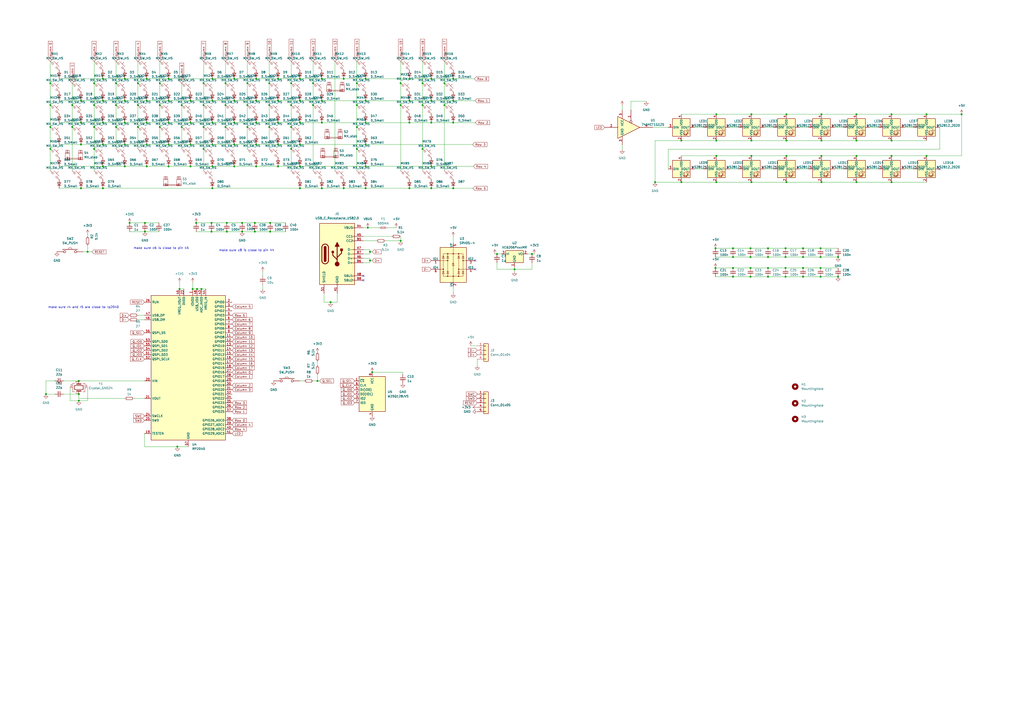
<source format=kicad_sch>
(kicad_sch (version 20230121) (generator eeschema)
  (paper "A2")
  (lib_symbols
    (symbol "74xGxx:74AHCT1G125"
      (property "Reference" "U" (at -2.54 3.81 0))
      (property "Value" "74AHCT1G125" (at 0 -3.81 0))
      (symbol "74AHCT1G125_1_1"
        (pin input inverted (at 0 10.16 270) (length 7.62) (name "~") (number "1"))
        (pin input line (at -15.24 0 0) (length 7.62) (name "~") (number "2"))
        (pin power_in line (at -5.08 -10.16 90) (length 5.08) (name "GND") (number "3"))
        (pin tri_state line (at 12.7 0 180) (length 7.62) (name "~") (number "4"))
        (pin power_in line (at -5.08 10.16 270) (length 5.08) (name "VCC") (number "5"))
      )
    )
    (symbol "Connector:USB_C_Receptacle_USB2.0" (pin_names (offset 1.016))
      (property "Reference" "J" (at -10.16 19.05 0))
      (property "Value" "USB_C_Receptacle_USB2.0" (at 19.05 19.05 0))
      (symbol "USB_C_Receptacle_USB2.0_1_1"
        (pin passive line (at 0 -22.86 90) (length 5.08) (name "GND") (number "A1"))
        (pin passive line (at 0 -22.86 90) (length 5.08) hide (name "GND") (number "A12"))
        (pin passive line (at 15.24 15.24 180) (length 5.08) (name "VBUS") (number "A4"))
        (pin bidirectional line (at 15.24 10.16 180) (length 5.08) (name "CC1") (number "A5"))
        (pin bidirectional line (at 15.24 -2.54 180) (length 5.08) (name "D+") (number "A6"))
        (pin bidirectional line (at 15.24 2.54 180) (length 5.08) (name "D-") (number "A7"))
        (pin bidirectional line (at 15.24 -12.7 180) (length 5.08) (name "SBU1") (number "A8"))
        (pin passive line (at 15.24 15.24 180) (length 5.08) hide (name "VBUS") (number "A9"))
        (pin passive line (at 0 -22.86 90) (length 5.08) hide (name "GND") (number "B1"))
        (pin passive line (at 0 -22.86 90) (length 5.08) hide (name "GND") (number "B12"))
        (pin passive line (at 15.24 15.24 180) (length 5.08) hide (name "VBUS") (number "B4"))
        (pin bidirectional line (at 15.24 7.62 180) (length 5.08) (name "CC2") (number "B5"))
        (pin bidirectional line (at 15.24 -5.08 180) (length 5.08) (name "D+") (number "B6"))
        (pin bidirectional line (at 15.24 0 180) (length 5.08) (name "D-") (number "B7"))
        (pin bidirectional line (at 15.24 -15.24 180) (length 5.08) (name "SBU2") (number "B8"))
        (pin passive line (at 15.24 15.24 180) (length 5.08) hide (name "VBUS") (number "B9"))
        (pin passive line (at -7.62 -22.86 90) (length 5.08) (name "SHIELD") (number "S1"))
      )
    )
    (symbol "Connector_Generic:Conn_01x04" (pin_names (offset 1.016) hide)
      (property "Reference" "J" (at 0 5.08 0))
      (property "Value" "Conn_01x04" (at 0 -7.62 0))
      (symbol "Conn_01x04_1_1"
        (pin passive line (at -5.08 2.54 0) (length 3.81) (name "Pin_1") (number "1"))
        (pin passive line (at -5.08 0 0) (length 3.81) (name "Pin_2") (number "2"))
        (pin passive line (at -5.08 -2.54 0) (length 3.81) (name "Pin_3") (number "3"))
        (pin passive line (at -5.08 -5.08 0) (length 3.81) (name "Pin_4") (number "4"))
      )
    )
    (symbol "Connector_Generic:Conn_01x05" (pin_names (offset 1.016) hide)
      (property "Reference" "J" (at 0 7.62 0))
      (property "Value" "Conn_01x05" (at 0 -7.62 0))
      (symbol "Conn_01x05_1_1"
        (pin passive line (at -5.08 5.08 0) (length 3.81) (name "Pin_1") (number "1"))
        (pin passive line (at -5.08 2.54 0) (length 3.81) (name "Pin_2") (number "2"))
        (pin passive line (at -5.08 0 0) (length 3.81) (name "Pin_3") (number "3"))
        (pin passive line (at -5.08 -2.54 0) (length 3.81) (name "Pin_4") (number "4"))
        (pin passive line (at -5.08 -5.08 0) (length 3.81) (name "Pin_5") (number "5"))
      )
    )
    (symbol "Device:C_Small" (pin_numbers hide) (pin_names (offset 0.254) hide)
      (property "Reference" "C" (at 0.254 1.778 0))
      (property "Value" "C_Small" (at 0.254 -2.032 0))
      (symbol "C_Small_1_1"
        (pin passive line (at 0 2.54 270) (length 2.032) (name "~") (number "1"))
        (pin passive line (at 0 -2.54 90) (length 2.032) (name "~") (number "2"))
      )
    )
    (symbol "Device:Crystal_GND24" (pin_names (offset 1.016) hide)
      (property "Reference" "Y" (at 3.175 5.08 0))
      (property "Value" "Crystal_GND24" (at 3.175 3.175 0))
      (symbol "Crystal_GND24_1_1"
        (pin passive line (at -3.81 0 0) (length 1.27) (name "1") (number "1"))
        (pin passive line (at 0 5.08 270) (length 1.27) (name "2") (number "2"))
        (pin passive line (at 3.81 0 180) (length 1.27) (name "3") (number "3"))
        (pin passive line (at 0 -5.08 90) (length 1.27) (name "4") (number "4"))
      )
    )
    (symbol "Device:D_Small" (pin_numbers hide) (pin_names (offset 0.254) hide)
      (property "Reference" "D" (at -1.27 2.032 0))
      (property "Value" "D_Small" (at -3.81 -2.032 0))
      (symbol "D_Small_1_1"
        (pin passive line (at -2.54 0 0) (length 1.778) (name "K") (number "1"))
        (pin passive line (at 2.54 0 180) (length 1.778) (name "A") (number "2"))
      )
    )
    (symbol "Device:Fuse_Small" (pin_numbers hide) (pin_names (offset 0.254) hide)
      (property "Reference" "F" (at 0 -1.524 0))
      (property "Value" "Fuse_Small" (at 0 1.524 0))
      (symbol "Fuse_Small_1_1"
        (pin passive line (at -2.54 0 0) (length 1.27) (name "~") (number "1"))
        (pin passive line (at 2.54 0 180) (length 1.27) (name "~") (number "2"))
      )
    )
    (symbol "Device:R_Small" (pin_numbers hide) (pin_names (offset 0.254) hide)
      (property "Reference" "R" (at 0.762 0.508 0))
      (property "Value" "R_Small" (at 0.762 -1.016 0))
      (symbol "R_Small_1_1"
        (pin passive line (at 0 2.54 270) (length 0.762) (name "~") (number "1"))
        (pin passive line (at 0 -2.54 90) (length 0.762) (name "~") (number "2"))
      )
    )
    (symbol "MCU_RaspberryPi:RP2040"
      (property "Reference" "U" (at 17.78 45.72 0))
      (property "Value" "RP2040" (at 17.78 43.18 0))
      (symbol "RP2040_1_1"
        (pin power_in line (at 2.54 45.72 270) (length 3.81) (name "IOVDD") (number "1"))
        (pin passive line (at 2.54 45.72 270) (length 3.81) hide (name "IOVDD") (number "10"))
        (pin bidirectional line (at 25.4 17.78 180) (length 3.81) (name "GPIO8") (number "11"))
        (pin bidirectional line (at 25.4 15.24 180) (length 3.81) (name "GPIO9") (number "12"))
        (pin bidirectional line (at 25.4 12.7 180) (length 3.81) (name "GPIO10") (number "13"))
        (pin bidirectional line (at 25.4 10.16 180) (length 3.81) (name "GPIO11") (number "14"))
        (pin bidirectional line (at 25.4 7.62 180) (length 3.81) (name "GPIO12") (number "15"))
        (pin bidirectional line (at 25.4 5.08 180) (length 3.81) (name "GPIO13") (number "16"))
        (pin bidirectional line (at 25.4 2.54 180) (length 3.81) (name "GPIO14") (number "17"))
        (pin bidirectional line (at 25.4 0 180) (length 3.81) (name "GPIO15") (number "18"))
        (pin input line (at -25.4 -38.1 0) (length 3.81) (name "TESTEN") (number "19"))
        (pin bidirectional line (at 25.4 38.1 180) (length 3.81) (name "GPIO0") (number "2"))
        (pin input line (at -25.4 -7.62 0) (length 3.81) (name "XIN") (number "20"))
        (pin passive line (at -25.4 -17.78 0) (length 3.81) (name "XOUT") (number "21"))
        (pin passive line (at 2.54 45.72 270) (length 3.81) hide (name "IOVDD") (number "22"))
        (pin power_in line (at -2.54 45.72 270) (length 3.81) (name "DVDD") (number "23"))
        (pin input line (at -25.4 -27.94 0) (length 3.81) (name "SWCLK") (number "24"))
        (pin bidirectional line (at -25.4 -30.48 0) (length 3.81) (name "SWD") (number "25"))
        (pin input line (at -25.4 38.1 0) (length 3.81) (name "RUN") (number "26"))
        (pin bidirectional line (at 25.4 -2.54 180) (length 3.81) (name "GPIO16") (number "27"))
        (pin bidirectional line (at 25.4 -5.08 180) (length 3.81) (name "GPIO17") (number "28"))
        (pin bidirectional line (at 25.4 -7.62 180) (length 3.81) (name "GPIO18") (number "29"))
        (pin bidirectional line (at 25.4 35.56 180) (length 3.81) (name "GPIO1") (number "3"))
        (pin bidirectional line (at 25.4 -10.16 180) (length 3.81) (name "GPIO19") (number "30"))
        (pin bidirectional line (at 25.4 -12.7 180) (length 3.81) (name "GPIO20") (number "31"))
        (pin bidirectional line (at 25.4 -15.24 180) (length 3.81) (name "GPIO21") (number "32"))
        (pin passive line (at 2.54 45.72 270) (length 3.81) hide (name "IOVDD") (number "33"))
        (pin bidirectional line (at 25.4 -17.78 180) (length 3.81) (name "GPIO22") (number "34"))
        (pin bidirectional line (at 25.4 -20.32 180) (length 3.81) (name "GPIO23") (number "35"))
        (pin bidirectional line (at 25.4 -22.86 180) (length 3.81) (name "GPIO24") (number "36"))
        (pin bidirectional line (at 25.4 -25.4 180) (length 3.81) (name "GPIO25") (number "37"))
        (pin bidirectional line (at 25.4 -30.48 180) (length 3.81) (name "GPIO26_ADC0") (number "38"))
        (pin bidirectional line (at 25.4 -33.02 180) (length 3.81) (name "GPIO27_ADC1") (number "39"))
        (pin bidirectional line (at 25.4 33.02 180) (length 3.81) (name "GPIO2") (number "4"))
        (pin bidirectional line (at 25.4 -35.56 180) (length 3.81) (name "GPIO28_ADC2") (number "40"))
        (pin bidirectional line (at 25.4 -38.1 180) (length 3.81) (name "GPIO29_ADC3") (number "41"))
        (pin passive line (at 2.54 45.72 270) (length 3.81) hide (name "IOVDD") (number "42"))
        (pin power_in line (at 7.62 45.72 270) (length 3.81) (name "ADC_AVDD") (number "43"))
        (pin power_in line (at 10.16 45.72 270) (length 3.81) (name "VREG_IN") (number "44"))
        (pin power_out line (at -5.08 45.72 270) (length 3.81) (name "VREG_VOUT") (number "45"))
        (pin bidirectional line (at -25.4 27.94 0) (length 3.81) (name "USB_DM") (number "46"))
        (pin bidirectional line (at -25.4 30.48 0) (length 3.81) (name "USB_DP") (number "47"))
        (pin power_in line (at 5.08 45.72 270) (length 3.81) (name "USB_VDD") (number "48"))
        (pin passive line (at 2.54 45.72 270) (length 3.81) hide (name "IOVDD") (number "49"))
        (pin bidirectional line (at 25.4 30.48 180) (length 3.81) (name "GPIO3") (number "5"))
        (pin passive line (at -2.54 45.72 270) (length 3.81) hide (name "DVDD") (number "50"))
        (pin bidirectional line (at -25.4 7.62 0) (length 3.81) (name "QSPI_SD3") (number "51"))
        (pin output line (at -25.4 5.08 0) (length 3.81) (name "QSPI_SCLK") (number "52"))
        (pin bidirectional line (at -25.4 15.24 0) (length 3.81) (name "QSPI_SD0") (number "53"))
        (pin bidirectional line (at -25.4 10.16 0) (length 3.81) (name "QSPI_SD2") (number "54"))
        (pin bidirectional line (at -25.4 12.7 0) (length 3.81) (name "QSPI_SD1") (number "55"))
        (pin bidirectional line (at -25.4 20.32 0) (length 3.81) (name "QSPI_SS") (number "56"))
        (pin power_in line (at 0 -45.72 90) (length 3.81) (name "GND") (number "57"))
        (pin bidirectional line (at 25.4 27.94 180) (length 3.81) (name "GPIO4") (number "6"))
        (pin bidirectional line (at 25.4 25.4 180) (length 3.81) (name "GPIO5") (number "7"))
        (pin bidirectional line (at 25.4 22.86 180) (length 3.81) (name "GPIO6") (number "8"))
        (pin bidirectional line (at 25.4 20.32 180) (length 3.81) (name "GPIO7") (number "9"))
      )
    )
    (symbol "Mechanical:MountingHole" (pin_names (offset 1.016))
      (property "Reference" "H" (at 0 5.08 0))
      (property "Value" "MountingHole" (at 0 3.175 0))
    )
    (symbol "Memory_Flash:W25Q128JVS"
      (property "Reference" "U" (at -8.89 8.89 0))
      (property "Value" "W25Q128JVS" (at 7.62 8.89 0))
      (symbol "W25Q128JVS_1_1"
        (pin input line (at -10.16 7.62 0) (length 2.54) (name "~{CS}") (number "1"))
        (pin bidirectional line (at -10.16 0 0) (length 2.54) (name "DO(IO1)") (number "2"))
        (pin bidirectional line (at -10.16 -2.54 0) (length 2.54) (name "IO2") (number "3"))
        (pin power_in line (at 0 -12.7 90) (length 2.54) (name "GND") (number "4"))
        (pin bidirectional line (at -10.16 2.54 0) (length 2.54) (name "DI(IO0)") (number "5"))
        (pin input line (at -10.16 5.08 0) (length 2.54) (name "CLK") (number "6"))
        (pin bidirectional line (at -10.16 -5.08 0) (length 2.54) (name "IO3") (number "7"))
        (pin power_in line (at 0 12.7 270) (length 2.54) (name "VCC") (number "8"))
      )
    )
    (symbol "PCM_marbastlib-mx:MX_SW_HS" (pin_numbers hide) (pin_names (offset 1.016) hide)
      (property "Reference" "MX" (at 3.048 1.016 0))
      (property "Value" "MX_SW_HS" (at 0 -3.81 0))
      (symbol "MX_SW_HS_0_1"
        (pin passive line (at -2.54 2.54 0) (length 0) (name "1") (number "1"))
        (pin passive line (at 2.54 -2.54 180) (length 0) (name "2") (number "2"))
      )
    )
    (symbol "PCM_marbastlib-mx:MX_stab" (pin_names (offset 1.016))
      (property "Reference" "S" (at -5.08 6.35 0))
      (property "Value" "MX_stab" (at -5.08 3.81 0))
    )
    (symbol "PCM_marbastlib-various:SRV05-4" (pin_names (offset 0))
      (property "Reference" "U" (at -5.08 11.43 0))
      (property "Value" "SRV05-4" (at 2.54 11.43 0))
      (symbol "SRV05-4_1_1"
        (pin passive line (at -12.7 2.54 0) (length 5.08) (name "IO1") (number "1"))
        (pin passive line (at 0 -12.7 90) (length 2.54) (name "VN") (number "2"))
        (pin passive line (at 12.7 2.54 180) (length 5.08) (name "IO2") (number "3"))
        (pin passive line (at 12.7 -2.54 180) (length 5.08) (name "IO3") (number "4"))
        (pin passive line (at 0 12.7 270) (length 2.54) (name "VP") (number "5"))
        (pin passive line (at -12.7 -2.54 0) (length 5.08) (name "IO4") (number "6"))
      )
    )
    (symbol "PCM_marbastlib-various:WS2812_2020" (pin_names (offset 0.254))
      (property "Reference" "LED" (at 5.08 5.715 0))
      (property "Value" "WS2812_2020" (at 1.27 -5.715 0))
      (symbol "WS2812_2020_0_0"
        (text "RGB" (at 2.286 -4.191 0) (effects (font (size 0.762 0.762))))
      )
      (symbol "WS2812_2020_1_1"
        (pin output line (at 7.62 0 180) (length 2.54) (name "DOUT") (number "1"))
        (pin power_in line (at 0 -7.62 90) (length 2.54) (name "VSS") (number "2"))
        (pin input line (at -7.62 0 0) (length 2.54) (name "DIN") (number "3"))
        (pin power_in line (at 0 7.62 270) (length 2.54) (name "VDD") (number "4"))
      )
    )
    (symbol "Regulator_Linear:XC6206PxxxMR" (pin_names (offset 0.254))
      (property "Reference" "U" (at -3.81 3.175 0))
      (property "Value" "XC6206PxxxMR" (at 0 3.175 0))
      (symbol "XC6206PxxxMR_1_1"
        (pin power_in line (at 0 -7.62 90) (length 2.54) (name "GND") (number "1"))
        (pin power_out line (at 7.62 0 180) (length 2.54) (name "VO") (number "2"))
        (pin power_in line (at -7.62 0 0) (length 2.54) (name "VI") (number "3"))
      )
    )
    (symbol "keyboard_parts:SW_PUSH" (pin_numbers hide) (pin_names (offset 1.016) hide)
      (property "Reference" "SW" (at 3.81 2.794 0))
      (property "Value" "SW_PUSH" (at 0 -2.032 0))
      (symbol "SW_PUSH_0_1"
        (pin passive inverted (at -7.62 0 0) (length 5.08) (name "1") (number "1"))
        (pin passive inverted (at 7.62 0 180) (length 5.08) (name "2") (number "2"))
      )
    )
    (symbol "power:+1V1" (power) (pin_names (offset 0))
      (property "Value" "+1V1" (at 0 3.556 0))
      (symbol "+1V1_1_1"
        (pin power_in line (at 0 0 90) (length 0) hide (name "+1V1") (number "1"))
      )
    )
    (symbol "power:+3V3" (power) (pin_names (offset 0))
      (property "Value" "+3V3" (at 0 3.556 0))
      (symbol "+3V3_1_1"
        (pin power_in line (at 0 0 90) (length 0) hide (name "+3V3") (number "1"))
      )
    )
    (symbol "power:+5V" (power) (pin_names (offset 0))
      (property "Value" "+5V" (at 0 3.556 0))
      (symbol "+5V_1_1"
        (pin power_in line (at 0 0 90) (length 0) hide (name "+5V") (number "1"))
      )
    )
    (symbol "power:GND" (power) (pin_names (offset 0))
      (property "Value" "GND" (at 0 -3.81 0))
      (symbol "GND_1_1"
        (pin power_in line (at 0 0 270) (length 0) hide (name "GND") (number "1"))
      )
    )
    (symbol "power:VBUS" (power) (pin_names (offset 0))
      (property "Value" "VBUS" (at 0 3.81 0))
      (symbol "VBUS_1_1"
        (pin power_in line (at 0 0 90) (length 0) hide (name "VBUS") (number "1"))
      )
    )
  )
  (junction (at 212.09 83.82))
  (junction (at 46.99 58.42))
  (junction (at 156.718 129.286))
  (junction (at 475.996 149.098))
  (junction (at 181.61 48.26))
  (junction (at 250.19 96.52))
  (junction (at 29.21 86.36))
  (junction (at 212.09 109.22))
  (junction (at 50.8 146.05))
  (junction (at 298.45 156.21))
  (junction (at 262.89 45.72))
  (junction (at 123.19 83.82))
  (junction (at 130.81 60.96))
  (junction (at 214.63 146.05))
  (junction (at 118.11 48.26))
  (junction (at 114.3 167.64))
  (junction (at 537.464 66.294))
  (junction (at 111.76 167.64))
  (junction (at 135.89 83.82))
  (junction (at 72.39 45.72))
  (junction (at 123.19 58.42))
  (junction (at 435.864 81.534))
  (junction (at 85.09 45.72))
  (junction (at 173.99 45.72))
  (junction (at 72.39 96.52))
  (junction (at 186.69 71.12))
  (junction (at 557.784 66.294))
  (junction (at 92.71 60.96))
  (junction (at 116.84 167.64))
  (junction (at 67.31 48.26))
  (junction (at 425.196 155.448))
  (junction (at 476.504 90.424))
  (junction (at 97.79 71.12))
  (junction (at 161.29 45.72))
  (junction (at 215.9 215.9))
  (junction (at 207.01 60.96))
  (junction (at 212.09 71.12))
  (junction (at 156.21 48.26))
  (junction (at 26.67 228.6))
  (junction (at 161.29 58.42))
  (junction (at 455.676 155.448))
  (junction (at 97.79 96.52))
  (junction (at 173.99 109.22))
  (junction (at 517.144 105.664))
  (junction (at 123.19 71.12))
  (junction (at 161.29 96.52))
  (junction (at 147.828 129.286))
  (junction (at 59.69 71.12))
  (junction (at 84.074 129.286))
  (junction (at 395.224 105.664))
  (junction (at 456.184 81.534))
  (junction (at 435.356 160.528))
  (junction (at 67.31 60.96))
  (junction (at 97.79 45.72))
  (junction (at 245.11 48.26))
  (junction (at 465.836 160.528))
  (junction (at 123.19 45.72))
  (junction (at 212.09 58.42))
  (junction (at 186.69 58.42))
  (junction (at 173.99 96.52))
  (junction (at 262.89 58.42))
  (junction (at 496.824 66.294))
  (junction (at 213.36 132.08))
  (junction (at 475.996 155.448))
  (junction (at 435.864 66.294))
  (junction (at 435.356 144.018))
  (junction (at 110.49 71.12))
  (junction (at 29.21 73.66))
  (junction (at 537.464 90.424))
  (junction (at 207.01 48.26))
  (junction (at 191.77 175.26))
  (junction (at 143.51 48.26))
  (junction (at 130.81 73.66))
  (junction (at 59.69 58.42))
  (junction (at 415.036 144.018))
  (junction (at 135.89 71.12))
  (junction (at 186.69 45.72))
  (junction (at 46.99 71.12))
  (junction (at 156.718 134.366))
  (junction (at 486.156 160.528))
  (junction (at 184.15 220.98))
  (junction (at 140.462 134.366))
  (junction (at 123.19 96.52))
  (junction (at 250.19 58.42))
  (junction (at 476.504 81.534))
  (junction (at 156.21 73.66))
  (junction (at 72.39 83.82))
  (junction (at 455.676 160.528))
  (junction (at 288.29 147.32))
  (junction (at 496.824 81.534))
  (junction (at 199.39 45.72))
  (junction (at 456.184 66.294))
  (junction (at 29.21 60.96))
  (junction (at 130.81 48.26))
  (junction (at 156.21 60.96))
  (junction (at 122.682 129.286))
  (junction (at 59.69 96.52))
  (junction (at 67.31 73.66))
  (junction (at 308.61 147.32))
  (junction (at 104.14 167.64))
  (junction (at 122.682 134.366))
  (junction (at 257.81 60.96))
  (junction (at 465.836 144.018))
  (junction (at 232.41 139.7))
  (junction (at 80.01 73.66))
  (junction (at 148.59 71.12))
  (junction (at 476.504 66.294))
  (junction (at 445.516 144.018))
  (junction (at 232.41 48.26))
  (junction (at 54.61 73.66))
  (junction (at 517.144 66.294))
  (junction (at 250.19 71.12))
  (junction (at 262.89 71.12))
  (junction (at 110.49 83.82))
  (junction (at 455.676 144.018))
  (junction (at 232.41 60.96))
  (junction (at 135.89 96.52))
  (junction (at 80.01 48.26))
  (junction (at 41.91 73.66))
  (junction (at 72.39 58.42))
  (junction (at 92.71 48.26))
  (junction (at 143.51 60.96))
  (junction (at 135.89 58.42))
  (junction (at 131.572 134.366))
  (junction (at 105.41 60.96))
  (junction (at 85.09 83.82))
  (junction (at 168.91 73.66))
  (junction (at 41.91 60.96))
  (junction (at 456.184 105.664))
  (junction (at 168.91 86.36))
  (junction (at 415.544 81.534))
  (junction (at 517.144 81.534))
  (junction (at 140.462 129.286))
  (junction (at 181.61 60.96))
  (junction (at 445.516 149.098))
  (junction (at 148.59 96.52))
  (junction (at 435.356 149.098))
  (junction (at 395.224 81.534))
  (junction (at 80.01 60.96))
  (junction (at 379.984 105.664))
  (junction (at 102.87 259.08))
  (junction (at 105.41 73.66))
  (junction (at 199.39 109.22))
  (junction (at 148.59 45.72))
  (junction (at 496.824 90.424))
  (junction (at 465.836 149.098))
  (junction (at 45.72 232.41))
  (junction (at 245.11 60.96))
  (junction (at 476.504 105.664))
  (junction (at 186.69 109.22))
  (junction (at 45.72 228.6))
  (junction (at 147.828 134.366))
  (junction (at 75.184 129.286))
  (junction (at 135.89 45.72))
  (junction (at 46.99 83.82))
  (junction (at 455.676 149.098))
  (junction (at 465.836 155.448))
  (junction (at 517.144 90.424))
  (junction (at 496.824 105.664))
  (junction (at 173.99 58.42))
  (junction (at 123.19 109.22))
  (junction (at 262.89 109.22))
  (junction (at 425.196 160.528))
  (junction (at 54.61 48.26))
  (junction (at 475.996 144.018))
  (junction (at 250.19 45.72))
  (junction (at 161.29 83.82))
  (junction (at 84.074 134.366))
  (junction (at 143.51 73.66))
  (junction (at 207.01 86.36))
  (junction (at 212.09 96.52))
  (junction (at 245.11 86.36))
  (junction (at 415.544 66.294))
  (junction (at 110.49 58.42))
  (junction (at 212.09 45.72))
  (junction (at 207.01 73.66))
  (junction (at 92.71 73.66))
  (junction (at 113.792 129.286))
  (junction (at 486.156 149.098))
  (junction (at 131.572 129.286))
  (junction (at 435.356 155.448))
  (junction (at 72.39 71.12))
  (junction (at 148.59 58.42))
  (junction (at 118.11 73.66))
  (junction (at 237.49 45.72))
  (junction (at 435.864 90.424))
  (junction (at 214.63 151.13))
  (junction (at 118.11 60.96))
  (junction (at 45.72 220.98))
  (junction (at 46.99 109.22))
  (junction (at 415.544 105.664))
  (junction (at 445.516 155.448))
  (junction (at 161.29 71.12))
  (junction (at 59.69 45.72))
  (junction (at 456.184 90.424))
  (junction (at 425.196 149.098))
  (junction (at 54.61 60.96))
  (junction (at 97.79 83.82))
  (junction (at 85.09 58.42))
  (junction (at 173.99 71.12))
  (junction (at 475.996 160.528))
  (junction (at 59.69 109.22))
  (junction (at 110.49 96.52))
  (junction (at 29.21 48.26))
  (junction (at 237.49 58.42))
  (junction (at 168.91 48.26))
  (junction (at 118.11 86.36))
  (junction (at 415.544 90.424))
  (junction (at 257.81 48.26))
  (junction (at 97.79 58.42))
  (junction (at 250.19 109.22))
  (junction (at 148.59 83.82))
  (junction (at 85.09 96.52))
  (junction (at 445.516 160.528))
  (junction (at 237.49 109.22))
  (junction (at 168.91 60.96))
  (junction (at 425.196 144.018))
  (junction (at 435.864 105.664))
  (junction (at 54.61 86.36))
  (junction (at 173.99 83.82))
  (junction (at 59.69 83.82))
  (junction (at 85.09 71.12))
  (junction (at 415.036 155.448))
  (junction (at 237.49 71.12))
  (no_connect (at 275.59 151.13))
  (no_connect (at 275.59 156.21))
  (no_connect (at 210.82 160.02))
  (no_connect (at 545.084 98.044))
  (no_connect (at 210.82 162.56))
  (wire (pts (xy 274.32 109.22) (xy 262.89 109.22)))
  (wire (pts (xy 181.61 48.26) (xy 181.61 60.96)))
  (wire (pts (xy 288.29 152.4) (xy 288.29 156.21)))
  (wire (pts (xy 97.79 71.12) (xy 110.49 71.12)))
  (wire (pts (xy 92.71 73.66) (xy 92.71 86.36)))
  (wire (pts (xy 224.79 132.08) (xy 229.87 132.08)))
  (wire (pts (xy 97.79 45.72) (xy 123.19 45.72)))
  (wire (pts (xy 168.91 48.26) (xy 168.91 60.96)))
  (wire (pts (xy 245.11 48.26) (xy 245.11 60.96)))
  (wire (pts (xy 113.792 134.366) (xy 122.682 134.366)))
  (wire (pts (xy 288.29 156.21) (xy 298.45 156.21)))
  (wire (pts (xy 463.804 98.044) (xy 468.884 98.044)))
  (wire (pts (xy 184.15 209.55) (xy 184.15 212.09)))
  (wire (pts (xy 72.39 45.72) (xy 85.09 45.72)))
  (wire (pts (xy 36.83 220.98) (xy 45.72 220.98)))
  (wire (pts (xy 245.11 35.56) (xy 245.11 48.26)))
  (wire (pts (xy 186.69 58.42) (xy 212.09 58.42)))
  (wire (pts (xy 199.39 109.22) (xy 212.09 109.22)))
  (wire (pts (xy 181.61 220.98) (xy 184.15 220.98)))
  (wire (pts (xy 50.8 232.41) (xy 50.8 224.79)))
  (wire (pts (xy 435.864 105.664) (xy 456.184 105.664)))
  (wire (pts (xy 378.714 73.914) (xy 387.604 73.914)))
  (wire (pts (xy 524.764 73.914) (xy 529.844 73.914)))
  (wire (pts (xy 366.014 58.674) (xy 374.904 58.674)))
  (wire (pts (xy 207.01 48.26) (xy 207.01 60.96)))
  (wire (pts (xy 415.544 66.294) (xy 435.864 66.294)))
  (wire (pts (xy 445.516 160.528) (xy 455.676 160.528)))
  (wire (pts (xy 131.572 134.366) (xy 140.462 134.366)))
  (wire (pts (xy 250.19 45.72) (xy 262.89 45.72)))
  (wire (pts (xy 232.41 137.16) (xy 232.41 139.7)))
  (wire (pts (xy 212.09 58.42) (xy 237.49 58.42)))
  (wire (pts (xy 110.49 58.42) (xy 123.19 58.42)))
  (wire (pts (xy 29.21 86.36) (xy 29.21 99.06)))
  (wire (pts (xy 130.81 35.56) (xy 130.81 48.26)))
  (wire (pts (xy 173.99 220.98) (xy 176.53 220.98)))
  (wire (pts (xy 415.036 155.448) (xy 425.196 155.448)))
  (wire (pts (xy 210.82 139.7) (xy 218.44 139.7)))
  (wire (pts (xy 504.444 98.044) (xy 509.524 98.044)))
  (wire (pts (xy 524.764 98.044) (xy 529.844 98.044)))
  (wire (pts (xy 445.516 144.018) (xy 455.676 144.018)))
  (wire (pts (xy 102.87 259.08) (xy 109.22 259.08)))
  (wire (pts (xy 308.61 156.21) (xy 298.45 156.21)))
  (wire (pts (xy 29.21 73.66) (xy 29.21 86.36)))
  (wire (pts (xy 104.14 167.64) (xy 106.68 167.64)))
  (wire (pts (xy 276.86 208.28) (xy 276.86 212.09)))
  (wire (pts (xy 262.89 166.37) (xy 262.89 170.18)))
  (wire (pts (xy 161.29 45.72) (xy 173.99 45.72)))
  (wire (pts (xy 122.682 134.366) (xy 131.572 134.366)))
  (wire (pts (xy 72.39 58.42) (xy 85.09 58.42)))
  (wire (pts (xy 45.72 232.41) (xy 50.8 232.41)))
  (wire (pts (xy 199.39 45.72) (xy 212.09 45.72)))
  (wire (pts (xy 75.184 134.366) (xy 84.074 134.366)))
  (wire (pts (xy 496.824 90.424) (xy 517.144 90.424)))
  (wire (pts (xy 148.59 45.72) (xy 161.29 45.72)))
  (wire (pts (xy 80.01 48.26) (xy 80.01 60.96)))
  (wire (pts (xy 181.61 60.96) (xy 181.61 99.06)))
  (wire (pts (xy 72.39 96.52) (xy 85.09 96.52)))
  (wire (pts (xy 161.29 96.52) (xy 173.99 96.52)))
  (wire (pts (xy 210.82 149.86) (xy 214.63 149.86)))
  (wire (pts (xy 29.21 48.26) (xy 29.21 60.96)))
  (wire (pts (xy 496.824 66.294) (xy 517.144 66.294)))
  (wire (pts (xy 54.61 86.36) (xy 54.61 99.06)))
  (wire (pts (xy 250.19 71.12) (xy 262.89 71.12)))
  (wire (pts (xy 214.63 146.05) (xy 214.63 147.32)))
  (wire (pts (xy 475.996 144.018) (xy 486.156 144.018)))
  (wire (pts (xy 135.89 58.42) (xy 148.59 58.42)))
  (wire (pts (xy 395.224 81.534) (xy 379.984 81.534)))
  (wire (pts (xy 92.71 35.56) (xy 92.71 48.26)))
  (wire (pts (xy 496.824 105.664) (xy 517.144 105.664)))
  (wire (pts (xy 443.484 98.044) (xy 448.564 98.044)))
  (wire (pts (xy 435.356 160.528) (xy 445.516 160.528)))
  (wire (pts (xy 116.84 167.64) (xy 119.38 167.64)))
  (wire (pts (xy 557.784 66.294) (xy 557.784 90.424)))
  (wire (pts (xy 50.8 135.89) (xy 50.8 137.16)))
  (wire (pts (xy 456.184 105.664) (xy 476.504 105.664)))
  (wire (pts (xy 288.29 147.32) (xy 290.83 147.32)))
  (wire (pts (xy 210.82 152.4) (xy 214.63 152.4)))
  (wire (pts (xy 156.21 48.26) (xy 156.21 60.96)))
  (wire (pts (xy 148.59 58.42) (xy 161.29 58.42)))
  (wire (pts (xy 97.79 58.42) (xy 110.49 58.42)))
  (wire (pts (xy 445.516 155.448) (xy 455.676 155.448)))
  (wire (pts (xy 213.36 132.08) (xy 219.71 132.08)))
  (wire (pts (xy 34.29 45.72) (xy 59.69 45.72)))
  (wire (pts (xy 110.49 96.52) (xy 123.19 96.52)))
  (wire (pts (xy 465.836 155.448) (xy 475.996 155.448)))
  (wire (pts (xy 257.81 60.96) (xy 257.81 99.06)))
  (wire (pts (xy 46.99 58.42) (xy 59.69 58.42)))
  (wire (pts (xy 54.61 73.66) (xy 54.61 86.36)))
  (wire (pts (xy 85.09 58.42) (xy 97.79 58.42)))
  (wire (pts (xy 465.836 160.528) (xy 475.996 160.528)))
  (wire (pts (xy 395.224 105.664) (xy 415.544 105.664)))
  (wire (pts (xy 67.31 73.66) (xy 67.31 86.36)))
  (wire (pts (xy 83.82 259.08) (xy 102.87 259.08)))
  (wire (pts (xy 148.59 83.82) (xy 161.29 83.82)))
  (wire (pts (xy 26.67 220.98) (xy 26.67 228.6)))
  (wire (pts (xy 168.91 60.96) (xy 168.91 73.66)))
  (wire (pts (xy 54.61 48.26) (xy 54.61 60.96)))
  (wire (pts (xy 147.828 134.366) (xy 156.718 134.366)))
  (wire (pts (xy 445.516 149.098) (xy 455.676 149.098)))
  (wire (pts (xy 557.784 90.424) (xy 537.464 90.424)))
  (wire (pts (xy 435.864 81.534) (xy 456.184 81.534)))
  (wire (pts (xy 517.144 105.664) (xy 537.464 105.664)))
  (wire (pts (xy 210.82 132.08) (xy 213.36 132.08)))
  (wire (pts (xy 41.91 60.96) (xy 41.91 73.66)))
  (wire (pts (xy 215.9 151.13) (xy 214.63 151.13)))
  (wire (pts (xy 402.844 73.914) (xy 407.924 73.914)))
  (wire (pts (xy 195.58 175.26) (xy 191.77 175.26)))
  (wire (pts (xy 308.61 147.32) (xy 309.88 147.32)))
  (wire (pts (xy 92.71 60.96) (xy 92.71 73.66)))
  (wire (pts (xy 130.81 48.26) (xy 130.81 60.96)))
  (wire (pts (xy 207.01 35.56) (xy 207.01 48.26)))
  (wire (pts (xy 122.682 129.286) (xy 131.572 129.286)))
  (wire (pts (xy 379.984 81.534) (xy 379.984 105.664)))
  (wire (pts (xy 173.99 71.12) (xy 186.69 71.12)))
  (wire (pts (xy 130.81 60.96) (xy 130.81 73.66)))
  (wire (pts (xy 34.29 71.12) (xy 46.99 71.12)))
  (wire (pts (xy 517.144 90.424) (xy 537.464 90.424)))
  (wire (pts (xy 140.462 134.366) (xy 147.828 134.366)))
  (wire (pts (xy 262.89 58.42) (xy 275.59 58.42)))
  (wire (pts (xy 123.19 109.22) (xy 173.99 109.22)))
  (wire (pts (xy 455.676 149.098) (xy 465.836 149.098)))
  (wire (pts (xy 50.8 146.05) (xy 48.26 146.05)))
  (wire (pts (xy 425.196 149.098) (xy 435.356 149.098)))
  (wire (pts (xy 50.8 142.24) (xy 50.8 146.05)))
  (wire (pts (xy 232.41 48.26) (xy 232.41 60.96)))
  (wire (pts (xy 173.99 96.52) (xy 212.09 96.52)))
  (wire (pts (xy 168.91 35.56) (xy 168.91 48.26)))
  (wire (pts (xy 173.99 58.42) (xy 186.69 58.42)))
  (wire (pts (xy 161.29 71.12) (xy 173.99 71.12)))
  (wire (pts (xy 41.91 48.26) (xy 41.91 60.96)))
  (wire (pts (xy 476.504 81.534) (xy 496.824 81.534)))
  (wire (pts (xy 173.99 83.82) (xy 212.09 83.82)))
  (wire (pts (xy 152.4 157.48) (xy 152.4 160.02)))
  (wire (pts (xy 395.224 81.534) (xy 415.544 81.534)))
  (wire (pts (xy 41.91 73.66) (xy 41.91 99.06)))
  (wire (pts (xy 360.934 86.614) (xy 360.934 84.074)))
  (wire (pts (xy 143.51 73.66) (xy 143.51 86.36)))
  (wire (pts (xy 59.69 96.52) (xy 72.39 96.52)))
  (wire (pts (xy 232.41 35.56) (xy 232.41 48.26)))
  (wire (pts (xy 85.09 71.12) (xy 97.79 71.12)))
  (wire (pts (xy 212.09 83.82) (xy 274.1676 83.82)))
  (wire (pts (xy 118.11 48.26) (xy 118.11 60.96)))
  (wire (pts (xy 148.59 71.12) (xy 161.29 71.12)))
  (wire (pts (xy 123.19 45.72) (xy 135.89 45.72)))
  (wire (pts (xy 415.036 160.528) (xy 425.196 160.528)))
  (wire (pts (xy 140.462 129.286) (xy 147.828 129.286)))
  (wire (pts (xy 84.074 129.286) (xy 92.202 129.286)))
  (wire (pts (xy 476.504 66.294) (xy 496.824 66.294)))
  (wire (pts (xy 59.69 109.22) (xy 123.19 109.22)))
  (wire (pts (xy 54.61 35.56) (xy 54.61 48.26)))
  (wire (pts (xy 46.99 83.82) (xy 59.69 83.82)))
  (wire (pts (xy 456.184 90.424) (xy 476.504 90.424)))
  (wire (pts (xy 476.504 105.664) (xy 496.824 105.664)))
  (wire (pts (xy 233.68 215.9) (xy 233.68 217.17)))
  (wire (pts (xy 111.76 163.83) (xy 111.76 167.64)))
  (wire (pts (xy 59.69 58.42) (xy 72.39 58.42)))
  (wire (pts (xy 366.014 63.754) (xy 366.014 58.674)))
  (wire (pts (xy 97.79 83.82) (xy 110.49 83.82)))
  (wire (pts (xy 207.01 86.36) (xy 207.01 99.06)))
  (wire (pts (xy 187.96 170.18) (xy 187.96 175.26)))
  (wire (pts (xy 423.164 73.914) (xy 428.244 73.914)))
  (wire (pts (xy 156.21 73.66) (xy 156.21 86.36)))
  (wire (pts (xy 237.49 109.22) (xy 250.19 109.22)))
  (wire (pts (xy 214.63 151.13) (xy 214.63 152.4)))
  (wire (pts (xy 152.4 165.1) (xy 152.4 167.64)))
  (wire (pts (xy 465.836 149.098) (xy 475.996 149.098)))
  (wire (pts (xy 402.844 98.044) (xy 407.924 98.044)))
  (wire (pts (xy 105.41 48.26) (xy 105.41 60.96)))
  (wire (pts (xy 135.89 71.12) (xy 148.59 71.12)))
  (wire (pts (xy 173.99 109.22) (xy 186.69 109.22)))
  (wire (pts (xy 104.14 163.83) (xy 104.14 167.64)))
  (wire (pts (xy 210.82 137.16) (xy 227.33 137.16)))
  (wire (pts (xy 308.61 152.4) (xy 308.61 156.21)))
  (wire (pts (xy 415.544 81.534) (xy 435.864 81.534)))
  (wire (pts (xy 59.69 45.72) (xy 72.39 45.72)))
  (wire (pts (xy 123.19 83.82) (xy 135.89 83.82)))
  (wire (pts (xy 113.792 129.286) (xy 122.682 129.286)))
  (wire (pts (xy 118.11 60.96) (xy 118.11 73.66)))
  (wire (pts (xy 210.82 147.32) (xy 214.63 147.32)))
  (wire (pts (xy 85.09 96.52) (xy 97.79 96.52)))
  (wire (pts (xy 306.07 147.32) (xy 308.61 147.32)))
  (wire (pts (xy 425.196 144.018) (xy 435.356 144.018)))
  (wire (pts (xy 212.09 71.12) (xy 237.49 71.12)))
  (wire (pts (xy 29.21 60.96) (xy 29.21 73.66)))
  (wire (pts (xy 435.356 155.448) (xy 445.516 155.448)))
  (wire (pts (xy 212.09 45.72) (xy 237.49 45.72)))
  (wire (pts (xy 195.58 170.18) (xy 195.58 175.26)))
  (wire (pts (xy 245.11 60.96) (xy 245.11 86.36)))
  (wire (pts (xy 435.864 66.294) (xy 456.184 66.294)))
  (wire (pts (xy 250.19 109.22) (xy 262.89 109.22)))
  (wire (pts (xy 545.084 86.614) (xy 387.604 86.614)))
  (wire (pts (xy 77.47 231.14) (xy 83.82 231.14)))
  (wire (pts (xy 186.69 71.12) (xy 212.09 71.12)))
  (wire (pts (xy 298.45 156.21) (xy 298.45 157.48)))
  (wire (pts (xy 147.828 129.286) (xy 156.718 129.286)))
  (wire (pts (xy 46.99 71.12) (xy 59.69 71.12)))
  (wire (pts (xy 379.984 105.664) (xy 395.224 105.664)))
  (wire (pts (xy 250.19 58.42) (xy 262.89 58.42)))
  (wire (pts (xy 110.49 71.12) (xy 123.19 71.12)))
  (wire (pts (xy 455.676 160.528) (xy 465.836 160.528)))
  (wire (pts (xy 143.51 35.56) (xy 143.51 48.26)))
  (wire (pts (xy 273.05 200.66) (xy 276.86 200.66)))
  (wire (pts (xy 36.83 228.6) (xy 45.72 228.6)))
  (wire (pts (xy 85.09 83.82) (xy 97.79 83.82)))
  (wire (pts (xy 517.144 81.534) (xy 537.464 81.534)))
  (wire (pts (xy 275.209 45.72) (xy 262.89 45.72)))
  (wire (pts (xy 135.89 96.52) (xy 148.59 96.52)))
  (wire (pts (xy 484.124 98.044) (xy 489.204 98.044)))
  (wire (pts (xy 496.824 81.534) (xy 517.144 81.534)))
  (wire (pts (xy 232.41 60.96) (xy 232.41 99.06)))
  (wire (pts (xy 456.184 81.534) (xy 476.504 81.534)))
  (wire (pts (xy 186.69 109.22) (xy 199.39 109.22)))
  (wire (pts (xy 80.01 60.96) (xy 80.01 73.66)))
  (wire (pts (xy 123.19 96.52) (xy 135.89 96.52)))
  (wire (pts (xy 194.31 35.56) (xy 194.31 99.06)))
  (wire (pts (xy 45.72 220.98) (xy 83.82 220.98)))
  (wire (pts (xy 184.15 217.17) (xy 184.15 220.98)))
  (wire (pts (xy 517.144 66.294) (xy 537.464 66.294)))
  (wire (pts (xy 156.718 129.286) (xy 165.608 129.286)))
  (wire (pts (xy 85.09 45.72) (xy 97.79 45.72)))
  (wire (pts (xy 34.29 109.22) (xy 46.99 109.22)))
  (wire (pts (xy 80.01 185.42) (xy 83.82 185.42)))
  (wire (pts (xy 156.21 35.56) (xy 156.21 48.26)))
  (wire (pts (xy 156.718 134.366) (xy 165.608 134.366)))
  (wire (pts (xy 75.184 129.286) (xy 84.074 129.286)))
  (wire (pts (xy 105.41 60.96) (xy 105.41 73.66)))
  (wire (pts (xy 80.01 73.66) (xy 80.01 86.36)))
  (wire (pts (xy 475.996 155.448) (xy 486.156 155.448)))
  (wire (pts (xy 245.11 86.36) (xy 245.11 99.06)))
  (wire (pts (xy 131.572 129.286) (xy 140.462 129.286)))
  (wire (pts (xy 40.64 224.79) (xy 40.64 232.41)))
  (wire (pts (xy 463.804 73.914) (xy 468.884 73.914)))
  (wire (pts (xy 257.81 35.56) (xy 257.81 48.26)))
  (wire (pts (xy 168.91 73.66) (xy 168.91 86.36)))
  (wire (pts (xy 415.544 105.664) (xy 435.864 105.664)))
  (wire (pts (xy 111.76 167.64) (xy 114.3 167.64)))
  (wire (pts (xy 59.69 71.12) (xy 72.39 71.12)))
  (wire (pts (xy 287.02 147.32) (xy 288.29 147.32)))
  (wire (pts (xy 262.89 71.12) (xy 275.717 71.12)))
  (wire (pts (xy 53.34 146.05) (xy 50.8 146.05)))
  (wire (pts (xy 476.504 90.424) (xy 496.824 90.424)))
  (wire (pts (xy 84.074 134.366) (xy 92.202 134.366)))
  (wire (pts (xy 423.164 98.044) (xy 428.244 98.044)))
  (wire (pts (xy 161.29 58.42) (xy 173.99 58.42)))
  (wire (pts (xy 298.45 154.94) (xy 298.45 156.21)))
  (wire (pts (xy 181.61 35.56) (xy 181.61 48.26)))
  (wire (pts (xy 135.89 83.82) (xy 148.59 83.82)))
  (wire (pts (xy 97.79 96.52) (xy 110.49 96.52)))
  (wire (pts (xy 45.72 231.14) (xy 45.72 228.6)))
  (wire (pts (xy 395.224 66.294) (xy 415.544 66.294)))
  (wire (pts (xy 67.31 35.56) (xy 67.31 48.26)))
  (wire (pts (xy 435.356 149.098) (xy 445.516 149.098)))
  (wire (pts (xy 59.69 83.82) (xy 72.39 83.82)))
  (wire (pts (xy 212.09 109.22) (xy 237.49 109.22)))
  (wire (pts (xy 143.51 60.96) (xy 143.51 73.66)))
  (wire (pts (xy 456.184 66.294) (xy 476.504 66.294)))
  (wire (pts (xy 67.31 60.96) (xy 67.31 73.66)))
  (wire (pts (xy 130.81 73.66) (xy 130.81 86.36)))
  (wire (pts (xy 504.444 73.914) (xy 509.524 73.914)))
  (wire (pts (xy 54.61 60.96) (xy 54.61 73.66)))
  (wire (pts (xy 537.464 66.294) (xy 557.784 66.294)))
  (wire (pts (xy 207.01 60.96) (xy 207.01 73.66)))
  (wire (pts (xy 148.59 96.52) (xy 161.29 96.52)))
  (wire (pts (xy 214.63 144.78) (xy 214.63 146.05)))
  (wire (pts (xy 123.19 58.42) (xy 135.89 58.42)))
  (wire (pts (xy 118.11 35.56) (xy 118.11 48.26)))
  (wire (pts (xy 34.29 58.42) (xy 46.99 58.42)))
  (wire (pts (xy 72.39 83.82) (xy 85.09 83.82)))
  (wire (pts (xy 187.96 175.26) (xy 191.77 175.26)))
  (wire (pts (xy 161.29 83.82) (xy 173.99 83.82)))
  (wire (pts (xy 210.82 144.78) (xy 214.63 144.78)))
  (wire (pts (xy 223.52 139.7) (xy 232.41 139.7)))
  (wire (pts (xy 435.864 90.424) (xy 456.184 90.424)))
  (wire (pts (xy 237.49 45.72) (xy 250.19 45.72)))
  (wire (pts (xy 425.196 160.528) (xy 435.356 160.528)))
  (wire (pts (xy 110.49 83.82) (xy 123.19 83.82)))
  (wire (pts (xy 455.676 155.448) (xy 465.836 155.448)))
  (wire (pts (xy 237.49 58.42) (xy 250.19 58.42)))
  (wire (pts (xy 26.67 228.6) (xy 31.75 228.6)))
  (wire (pts (xy 156.21 60.96) (xy 156.21 73.66)))
  (wire (pts (xy 186.69 45.72) (xy 199.39 45.72)))
  (wire (pts (xy 215.9 146.05) (xy 214.63 146.05)))
  (wire (pts (xy 118.11 86.36) (xy 118.11 99.06)))
  (wire (pts (xy 105.41 73.66) (xy 105.41 86.36)))
  (wire (pts (xy 212.09 96.52) (xy 250.19 96.52)))
  (wire (pts (xy 262.89 137.16) (xy 262.89 140.97)))
  (wire (pts (xy 415.036 144.018) (xy 425.196 144.018)))
  (wire (pts (xy 360.934 61.214) (xy 360.934 63.754)))
  (wire (pts (xy 118.11 73.66) (xy 118.11 86.36)))
  (wire (pts (xy 40.64 232.41) (xy 45.72 232.41)))
  (wire (pts (xy 257.81 48.26) (xy 257.81 60.96)))
  (wire (pts (xy 465.836 144.018) (xy 475.996 144.018)))
  (wire (pts (xy 168.91 86.36) (xy 168.91 99.06)))
  (wire (pts (xy 83.82 251.46) (xy 83.82 259.08)))
  (wire (pts (xy 443.484 73.914) (xy 448.564 73.914)))
  (wire (pts (xy 67.31 48.26) (xy 67.31 60.96)))
  (wire (pts (xy 80.01 182.88) (xy 83.82 182.88)))
  (wire (pts (xy 425.196 155.448) (xy 435.356 155.448)))
  (wire (pts (xy 72.39 231.14) (xy 45.72 231.14)))
  (wire (pts (xy 207.01 73.66) (xy 207.01 86.36)))
  (wire (pts (xy 435.356 144.018) (xy 445.516 144.018)))
  (wire (pts (xy 80.01 35.56) (xy 80.01 48.26)))
  (wire (pts (xy 34.29 96.52) (xy 59.69 96.52)))
  (wire (pts (xy 31.75 220.98) (xy 26.67 220.98)))
  (wire (pts (xy 135.89 45.72) (xy 148.59 45.72)))
  (wire (pts (xy 114.3 167.64) (xy 116.84 167.64)))
  (wire (pts (xy 387.604 86.614) (xy 387.604 98.044)))
  (wire (pts (xy 173.99 45.72) (xy 186.69 45.72)))
  (wire (pts (xy 123.19 71.12) (xy 135.89 71.12)))
  (wire (pts (xy 455.676 144.018) (xy 465.836 144.018)))
  (wire (pts (xy 214.63 149.86) (xy 214.63 151.13)))
  (wire (pts (xy 72.39 71.12) (xy 85.09 71.12)))
  (wire (pts (xy 545.084 73.914) (xy 545.084 86.614)))
  (wire (pts (xy 395.224 90.424) (xy 415.544 90.424)))
  (wire (pts (xy 143.51 48.26) (xy 143.51 60.96)))
  (wire (pts (xy 274.574 96.52) (xy 250.19 96.52)))
  (wire (pts (xy 46.99 109.22) (xy 59.69 109.22)))
  (wire (pts (xy 415.036 149.098) (xy 425.196 149.098)))
  (wire (pts (xy 475.996 149.098) (xy 486.156 149.098)))
  (wire (pts (xy 34.29 83.82) (xy 46.99 83.82)))
  (wire (pts (xy 415.544 90.424) (xy 435.864 90.424)))
  (wire (pts (xy 92.71 48.26) (xy 92.71 60.96)))
  (wire (pts (xy 29.21 35.56) (xy 29.21 48.26)))
  (wire (pts (xy 215.9 215.9) (xy 233.68 215.9)))
  (wire (pts (xy 237.49 71.12) (xy 250.19 71.12)))
  (wire (pts (xy 475.996 160.528) (xy 486.156 160.528)))
  (wire (pts (xy 184.15 220.98) (xy 185.42 220.98)))
  (wire (pts (xy 484.124 73.914) (xy 489.204 73.914)))
  (text "make sure c8 is close to pin 44 " (at 127 146.05 0) (effects (font (size 1.27 1.27)) (justify left bottom)))
  (text "make sure c6 is close to pin 45 " (at 77.47 144.78 0) (effects (font (size 1.27 1.27)) (justify left bottom)))
  (text "make sure r4 and r5 are close to rp2040\n" (at 27.94 179.07 0) (effects (font (size 1.27 1.27)) (justify left bottom)))
  (global_label "Row 5" (shape input) (at 134.62 182.88 0) (property "Intersheetrefs" "${INTERSHEET_REFS}" (effects hide)))
  (global_label "Column 14" (shape input) (at 134.62 205.74 0) (property "Intersheetrefs" "${INTERSHEET_REFS}" (effects hide)))
  (global_label "Row 2" (shape input) (at 275.717 71.12 0) (property "Intersheetrefs" "${INTERSHEET_REFS}" (effects hide)))
  (global_label "Row 3" (shape input) (at 134.62 233.68 0) (property "Intersheetrefs" "${INTERSHEET_REFS}" (effects hide)))
  (global_label "Column 5" (shape input) (at 92.71 35.56 90) (property "Intersheetrefs" "${INTERSHEET_REFS}" (effects hide)))
  (global_label "Column 4" (shape input) (at 134.62 246.38 0) (property "Intersheetrefs" "${INTERSHEET_REFS}" (effects hide)))
  (global_label "Column 3" (shape input) (at 67.31 35.56 90) (property "Intersheetrefs" "${INTERSHEET_REFS}" (effects hide)))
  (global_label "D+" (shape input) (at 215.9 151.13 0) (property "Intersheetrefs" "${INTERSHEET_REFS}" (effects hide)))
  (global_label "D+" (shape input) (at 250.19 151.13 180) (property "Intersheetrefs" "${INTERSHEET_REFS}" (effects hide)))
  (global_label "Q_IO0" (shape input) (at 83.82 198.12 180) (property "Intersheetrefs" "${INTERSHEET_REFS}" (effects hide)))
  (global_label "Column 14" (shape input) (at 207.01 35.56 90) (property "Intersheetrefs" "${INTERSHEET_REFS}" (effects hide)))
  (global_label "Q_CLK" (shape input) (at 83.82 208.28 180) (property "Intersheetrefs" "${INTERSHEET_REFS}" (effects hide)))
  (global_label "Column 12" (shape input) (at 181.61 35.56 90) (property "Intersheetrefs" "${INTERSHEET_REFS}" (effects hide)))
  (global_label "RESET" (shape input) (at 83.82 175.26 180) (property "Intersheetrefs" "${INTERSHEET_REFS}" (effects hide)))
  (global_label "Column 8" (shape input) (at 134.62 190.5 0) (property "Intersheetrefs" "${INTERSHEET_REFS}" (effects hide)))
  (global_label "D-" (shape input) (at 215.9 146.05 0) (property "Intersheetrefs" "${INTERSHEET_REFS}" (effects hide)))
  (global_label "Column 2" (shape input) (at 134.62 223.52 0) (property "Intersheetrefs" "${INTERSHEET_REFS}" (effects hide)))
  (global_label "SWC" (shape input) (at 276.86 228.6 180) (property "Intersheetrefs" "${INTERSHEET_REFS}" (effects hide)))
  (global_label "Q_IO3" (shape input) (at 205.74 233.68 180) (property "Intersheetrefs" "${INTERSHEET_REFS}" (effects hide)))
  (global_label "D-" (shape input) (at 250.19 156.21 180) (property "Intersheetrefs" "${INTERSHEET_REFS}" (effects hide)))
  (global_label "D-" (shape input) (at 276.86 203.2 180) (property "Intersheetrefs" "${INTERSHEET_REFS}" (effects hide)))
  (global_label "Column 0" (shape input) (at 134.62 215.9 0) (property "Intersheetrefs" "${INTERSHEET_REFS}" (effects hide)))
  (global_label "Column 16" (shape input) (at 134.62 210.82 0) (property "Intersheetrefs" "${INTERSHEET_REFS}" (effects hide)))
  (global_label "SWD" (shape input) (at 83.82 243.84 180) (property "Intersheetrefs" "${INTERSHEET_REFS}" (effects hide)))
  (global_label "Q_IO2" (shape input) (at 83.82 203.2 180) (property "Intersheetrefs" "${INTERSHEET_REFS}" (effects hide)))
  (global_label "Column 17" (shape input) (at 257.81 35.56 90) (property "Intersheetrefs" "${INTERSHEET_REFS}" (effects hide)))
  (global_label "Column 15" (shape input) (at 232.41 35.56 90) (property "Intersheetrefs" "${INTERSHEET_REFS}" (effects hide)))
  (global_label "Column 11" (shape input) (at 134.62 198.12 0) (property "Intersheetrefs" "${INTERSHEET_REFS}" (effects hide)))
  (global_label "Column 1" (shape input) (at 41.91 48.26 90) (property "Intersheetrefs" "${INTERSHEET_REFS}" (effects hide)))
  (global_label "Q_CLK" (shape input) (at 205.74 223.52 180) (property "Intersheetrefs" "${INTERSHEET_REFS}" (effects hide)))
  (global_label "Column 5" (shape input) (at 134.62 177.8 0) (property "Intersheetrefs" "${INTERSHEET_REFS}" (effects hide)))
  (global_label "D+" (shape input) (at 74.93 182.88 180) (property "Intersheetrefs" "${INTERSHEET_REFS}" (effects hide)))
  (global_label "Row 2" (shape input) (at 134.62 236.22 0) (property "Intersheetrefs" "${INTERSHEET_REFS}" (effects hide)))
  (global_label "Q_SEL" (shape input) (at 205.74 220.98 180) (property "Intersheetrefs" "${INTERSHEET_REFS}" (effects hide)))
  (global_label "Column 12" (shape input) (at 134.62 200.66 0) (property "Intersheetrefs" "${INTERSHEET_REFS}" (effects hide)))
  (global_label "Column 2" (shape input) (at 54.61 35.56 90) (property "Intersheetrefs" "${INTERSHEET_REFS}" (effects hide)))
  (global_label "Row 0" (shape input) (at 134.62 243.84 0) (property "Intersheetrefs" "${INTERSHEET_REFS}" (effects hide)))
  (global_label "RESET" (shape input) (at 276.86 233.68 180) (property "Intersheetrefs" "${INTERSHEET_REFS}" (effects hide)))
  (global_label "Column 15" (shape input) (at 134.62 208.28 0) (property "Intersheetrefs" "${INTERSHEET_REFS}" (effects hide)))
  (global_label "Column 7" (shape input) (at 118.11 35.56 90) (property "Intersheetrefs" "${INTERSHEET_REFS}" (effects hide)))
  (global_label "Row 0" (shape input) (at 275.209 45.72 0) (property "Intersheetrefs" "${INTERSHEET_REFS}" (effects hide)))
  (global_label "Q_IO0" (shape input) (at 205.74 226.06 180) (property "Intersheetrefs" "${INTERSHEET_REFS}" (effects hide)))
  (global_label "Row 4" (shape input) (at 274.574 96.52 0) (property "Intersheetrefs" "${INTERSHEET_REFS}" (effects hide)))
  (global_label "Column 13" (shape input) (at 194.31 35.56 90) (property "Intersheetrefs" "${INTERSHEET_REFS}" (effects hide)))
  (global_label "Column 9" (shape input) (at 143.51 35.56 90) (property "Intersheetrefs" "${INTERSHEET_REFS}" (effects hide)))
  (global_label "Column 9" (shape input) (at 134.62 193.04 0) (property "Intersheetrefs" "${INTERSHEET_REFS}" (effects hide)))
  (global_label "SWC" (shape input) (at 83.82 241.3 180) (property "Intersheetrefs" "${INTERSHEET_REFS}" (effects hide)))
  (global_label "Column 11" (shape input) (at 168.91 35.56 90) (property "Intersheetrefs" "${INTERSHEET_REFS}" (effects hide)))
  (global_label "Q_IO3" (shape input) (at 83.82 205.74 180) (property "Intersheetrefs" "${INTERSHEET_REFS}" (effects hide)))
  (global_label "Q_IO2" (shape input) (at 205.74 231.14 180) (property "Intersheetrefs" "${INTERSHEET_REFS}" (effects hide)))
  (global_label "Column 17" (shape input) (at 134.62 213.36 0) (property "Intersheetrefs" "${INTERSHEET_REFS}" (effects hide)))
  (global_label "Column 1" (shape input) (at 134.62 218.44 0) (property "Intersheetrefs" "${INTERSHEET_REFS}" (effects hide)))
  (global_label "Column 6" (shape input) (at 134.62 185.42 0) (property "Intersheetrefs" "${INTERSHEET_REFS}" (effects hide)))
  (global_label "Column 13" (shape input) (at 134.62 203.2 0) (property "Intersheetrefs" "${INTERSHEET_REFS}" (effects hide)))
  (global_label "Q_IO1" (shape input) (at 83.82 200.66 180) (property "Intersheetrefs" "${INTERSHEET_REFS}" (effects hide)))
  (global_label "RESET" (shape input) (at 53.34 146.05 0) (property "Intersheetrefs" "${INTERSHEET_REFS}" (effects hide)))
  (global_label "LED" (shape input) (at 134.62 251.46 0) (property "Intersheetrefs" "${INTERSHEET_REFS}" (effects hide)))
  (global_label "Row 5" (shape input) (at 274.32 109.22 0) (property "Intersheetrefs" "${INTERSHEET_REFS}" (effects hide)))
  (global_label "Q_SEL" (shape input) (at 185.42 220.98 0) (property "Intersheetrefs" "${INTERSHEET_REFS}" (effects hide)))
  (global_label "Column 7" (shape input) (at 134.62 187.96 0) (property "Intersheetrefs" "${INTERSHEET_REFS}" (effects hide)))
  (global_label "Row 1" (shape input) (at 134.62 238.76 0) (property "Intersheetrefs" "${INTERSHEET_REFS}" (effects hide)))
  (global_label "Column 4" (shape input) (at 80.01 35.56 90) (property "Intersheetrefs" "${INTERSHEET_REFS}" (effects hide)))
  (global_label "Row 4" (shape input) (at 134.62 248.92 0) (property "Intersheetrefs" "${INTERSHEET_REFS}" (effects hide)))
  (global_label "Column 10" (shape input) (at 156.21 35.56 90) (property "Intersheetrefs" "${INTERSHEET_REFS}" (effects hide)))
  (global_label "LED" (shape input) (at 350.774 73.914 180) (property "Intersheetrefs" "${INTERSHEET_REFS}" (effects hide)))
  (global_label "Column 3" (shape input) (at 134.62 226.06 0) (property "Intersheetrefs" "${INTERSHEET_REFS}" (effects hide)))
  (global_label "Column 6" (shape input) (at 105.41 48.26 90) (property "Intersheetrefs" "${INTERSHEET_REFS}" (effects hide)))
  (global_label "Q_IO1" (shape input) (at 205.74 228.6 180) (property "Intersheetrefs" "${INTERSHEET_REFS}" (effects hide)))
  (global_label "D+" (shape input) (at 276.86 205.74 180) (property "Intersheetrefs" "${INTERSHEET_REFS}" (effects hide)))
  (global_label "Column 0" (shape input) (at 29.21 35.56 90) (property "Intersheetrefs" "${INTERSHEET_REFS}" (effects hide)))
  (global_label "Column 8" (shape input) (at 130.81 35.56 90) (property "Intersheetrefs" "${INTERSHEET_REFS}" (effects hide)))
  (global_label "Column 10" (shape input) (at 134.62 195.58 0) (property "Intersheetrefs" "${INTERSHEET_REFS}" (effects hide)))
  (global_label "Q_SEL" (shape input) (at 83.82 193.04 180) (property "Intersheetrefs" "${INTERSHEET_REFS}" (effects hide)))
  (global_label "SWD" (shape input) (at 276.86 231.14 180) (property "Intersheetrefs" "${INTERSHEET_REFS}" (effects hide)))
  (global_label "D-" (shape input) (at 74.93 185.42 180) (property "Intersheetrefs" "${INTERSHEET_REFS}" (effects hide)))
  (global_label "Row 1" (shape input) (at 275.59 58.42 0) (property "Intersheetrefs" "${INTERSHEET_REFS}" (effects hide)))
  (global_label "Row 3" (shape input) (at 274.1676 83.82 0) (property "Intersheetrefs" "${INTERSHEET_REFS}" (effects hide)))
  (global_label "Column 16" (shape input) (at 245.11 35.56 90) (property "Intersheetrefs" "${INTERSHEET_REFS}" (effects hide)))
  (symbol (lib_id "Device:Crystal_GND24") (at 45.72 224.79 90) (unit 1)
    (property "Reference" "Y1" (at 58.42 222.5741 90))
    (property "Value" "Crystal_GND24" (at 58.42 225.1141 90))
    (property "Footprint" "Crystal:Crystal_SMD_3225-4Pin_3.2x2.5mm" (effects hide))
  )
  (symbol (lib_id "Device:D_Small") (at 262.89 68.58 90) (unit 1)
    (property "Reference" "D50" (at 265.684 67.31 90) (effects (justify right)))
    (property "Value" "D_Small" (at 265.684 69.85 90) (effects (justify right)))
    (property "Footprint" "Diode_SMD:D_SOD-123" (effects hide))
    (property "Sim.Device" "D" (effects hide))
    (property "Sim.Pins" "1=K 2=A" (effects hide))
  )
  (symbol (lib_id "PCM_marbastlib-mx:MX_SW_HS") (at 44.45 50.8 0) (unit 1)
    (property "Reference" "MX18" (at 44.45 43.942 0))
    (property "Value" "MX_SW_HS" (at 44.45 46.482 0))
    (property "Footprint" "PCM_marbastlib-mx:SW_MX_HS_CPG151101S11_1u" (effects hide))
  )
  (symbol (lib_id "PCM_marbastlib-mx:MX_SW_HS") (at 209.55 38.1 0) (unit 1)
    (property "Reference" "MX13" (at 209.55 31.242 0))
    (property "Value" "MX_SW_HS" (at 209.55 33.782 0))
    (property "Footprint" "PCM_marbastlib-mx:SW_MX_HS_CPG151101S11_1u" (effects hide))
  )
  (symbol (lib_id "PCM_marbastlib-mx:MX_SW_HS") (at 247.65 63.5 0) (unit 1)
    (property "Reference" "MX49" (at 247.65 56.642 0))
    (property "Value" "MX_SW_HS" (at 247.65 59.182 0))
    (property "Footprint" "PCM_marbastlib-mx:SW_MX_HS_CPG151101S11_1u" (effects hide))
  )
  (symbol (lib_id "power:GND") (at 152.4 167.64 0) (unit 1)
    (property "Reference" "#PWR021" (effects hide))
    (property "Value" "GND" (at 152.4 172.72 0))
  )
  (symbol (lib_id "power:+3V3") (at 184.15 204.47 0) (unit 1)
    (property "Reference" "#PWR026" (effects hide))
    (property "Value" "+3V3" (at 184.15 199.39 0))
  )
  (symbol (lib_id "Device:C_Small") (at 308.61 149.86 0) (unit 1)
    (property "Reference" "C8" (at 311.15 148.5963 0) (effects (justify left)))
    (property "Value" "1u" (at 311.15 151.1363 0) (effects (justify left)))
    (property "Footprint" "Capacitor_SMD:C_0402_1005Metric" (effects hide))
  )
  (symbol (lib_id "power:+5V") (at 273.05 200.66 0) (unit 1)
    (property "Reference" "#PWR024" (effects hide))
    (property "Value" "+5V" (at 273.05 195.58 0))
  )
  (symbol (lib_id "Device:C_Small") (at 131.572 131.826 0) (unit 1)
    (property "Reference" "C5" (at 134.112 130.5623 0) (effects (justify left)))
    (property "Value" "100n" (at 134.112 133.1023 0) (effects (justify left)))
    (property "Footprint" "Capacitor_SMD:C_0402_1005Metric" (effects hide))
  )
  (symbol (lib_id "Device:D_Small") (at 161.29 81.28 90) (unit 1)
    (property "Reference" "D61" (at 164.084 80.01 90) (effects (justify right)))
    (property "Value" "D_Small" (at 164.084 82.55 90) (effects (justify right)))
    (property "Footprint" "Diode_SMD:D_SOD-123" (effects hide))
    (property "Sim.Device" "D" (effects hide))
    (property "Sim.Pins" "1=K 2=A" (effects hide))
  )
  (symbol (lib_id "PCM_marbastlib-mx:MX_SW_HS") (at 247.65 88.9 0) (unit 1)
    (property "Reference" "MX76" (at 247.65 82.042 0))
    (property "Value" "MX_SW_HS" (at 247.65 84.582 0))
    (property "Footprint" "PCM_marbastlib-mx:SW_MX_HS_CPG151101S11_1u" (effects hide))
  )
  (symbol (lib_id "Device:C_Small") (at 425.196 157.988 0) (unit 1)
    (property "Reference" "C22" (at 427.736 156.7243 0) (effects (justify left)))
    (property "Value" "100n" (at 427.736 159.2643 0) (effects (justify left)))
    (property "Footprint" "Capacitor_SMD:C_0402_1005Metric" (effects hide))
  )
  (symbol (lib_id "Device:D_Small") (at 148.59 55.88 90) (unit 1)
    (property "Reference" "D26" (at 151.384 54.61 90) (effects (justify right)))
    (property "Value" "D_Small" (at 151.384 57.15 90) (effects (justify right)))
    (property "Footprint" "Diode_SMD:D_SOD-123" (effects hide))
    (property "Sim.Device" "D" (effects hide))
    (property "Sim.Pins" "1=K 2=A" (effects hide))
  )
  (symbol (lib_id "PCM_marbastlib-mx:MX_SW_HS") (at 234.95 50.8 0) (unit 1)
    (property "Reference" "MX31" (at 234.95 43.18 0))
    (property "Value" "MX_SW_HS" (at 234.95 45.72 0))
    (property "Footprint" "PCM_marbastlib-mx:SW_MX_HS_CPG151101S11_1u" (effects hide))
  )
  (symbol (lib_id "PCM_marbastlib-mx:MX_SW_HS") (at 57.15 88.9 0) (unit 1)
    (property "Reference" "MX65" (at 57.15 82.042 0))
    (property "Value" "MX_SW_HS" (at 57.15 84.582 0))
    (property "Footprint" "PCM_marbastlib-mx:SW_MX_HS_CPG151101S11_1u" (effects hide))
  )
  (symbol (lib_id "Device:C_Small") (at 288.29 149.86 0) (unit 1)
    (property "Reference" "C7" (at 290.83 148.5963 0) (effects (justify left)))
    (property "Value" "1u" (at 290.83 151.1363 0) (effects (justify left)))
    (property "Footprint" "Capacitor_SMD:C_0402_1005Metric" (effects hide))
  )
  (symbol (lib_id "PCM_marbastlib-various:WS2812_2020") (at 415.544 98.044 0) (unit 1)
    (property "Reference" "LED10" (at 428.244 94.3961 0))
    (property "Value" "WS2812_2020" (at 428.244 96.9361 0))
    (property "Footprint" "PCM_marbastlib-various:LED_WS2812_2020" (effects hide))
    (property "Datasheet" "https://www.world-semi.com/DownLoadFile/139" (effects hide))
  )
  (symbol (lib_id "Device:D_Small") (at 212.09 68.58 90) (unit 1)
    (property "Reference" "D47" (at 214.884 67.31 90) (effects (justify right)))
    (property "Value" "D_Small" (at 214.884 69.85 90) (effects (justify right)))
    (property "Footprint" "Diode_SMD:D_SOD-123" (effects hide))
    (property "Sim.Device" "D" (effects hide))
    (property "Sim.Pins" "1=K 2=A" (effects hide))
  )
  (symbol (lib_id "power:GND") (at 26.67 228.6 0) (unit 1)
    (property "Reference" "#PWR031" (effects hide))
    (property "Value" "GND" (at 26.67 233.68 0))
  )
  (symbol (lib_id "PCM_marbastlib-mx:MX_SW_HS") (at 234.95 63.5 0) (unit 1)
    (property "Reference" "MX48" (at 234.95 56.642 0))
    (property "Value" "MX_SW_HS" (at 234.95 59.182 0))
    (property "Footprint" "PCM_marbastlib-mx:SW_MX_HS_CPG151101S11_1u" (effects hide))
  )
  (symbol (lib_id "Device:D_Small") (at 250.19 106.68 90) (unit 1)
    (property "Reference" "D86" (at 252.984 105.41 90) (effects (justify right)))
    (property "Value" "D_Small" (at 252.984 107.95 90) (effects (justify right)))
    (property "Footprint" "Diode_SMD:D_SOD-123" (effects hide))
    (property "Sim.Device" "D" (effects hide))
    (property "Sim.Pins" "1=K 2=A" (effects hide))
  )
  (symbol (lib_id "Device:C_Small") (at 435.356 157.988 0) (unit 1)
    (property "Reference" "C23" (at 437.896 156.7243 0) (effects (justify left)))
    (property "Value" "100n" (at 437.896 159.2643 0) (effects (justify left)))
    (property "Footprint" "Capacitor_SMD:C_0402_1005Metric" (effects hide))
  )
  (symbol (lib_id "Device:D_Small") (at 212.09 81.28 90) (unit 1)
    (property "Reference" "D63" (at 214.884 80.01 90) (effects (justify right)))
    (property "Value" "D_Small" (at 214.884 82.55 90) (effects (justify right)))
    (property "Footprint" "Diode_SMD:D_SOD-123" (effects hide))
    (property "Sim.Device" "D" (effects hide))
    (property "Sim.Pins" "1=K 2=A" (effects hide))
  )
  (symbol (lib_id "Device:D_Small") (at 173.99 93.98 90) (unit 1)
    (property "Reference" "D74" (at 176.784 92.71 90) (effects (justify right)))
    (property "Value" "D_Small" (at 176.784 95.25 90) (effects (justify right)))
    (property "Footprint" "Diode_SMD:D_SOD-123" (effects hide))
    (property "Sim.Device" "D" (effects hide))
    (property "Sim.Pins" "1=K 2=A" (effects hide))
  )
  (symbol (lib_id "Device:D_Small") (at 85.09 43.18 90) (unit 1)
    (property "Reference" "D4" (at 87.884 41.91 90) (effects (justify right)))
    (property "Value" "D_Small" (at 87.884 44.45 90) (effects (justify right)))
    (property "Footprint" "Diode_SMD:D_SOD-123" (effects hide))
    (property "Sim.Device" "D" (effects hide))
    (property "Sim.Pins" "1=K 2=A" (effects hide))
  )
  (symbol (lib_id "Device:D_Small") (at 85.09 81.28 90) (unit 1)
    (property "Reference" "D55" (at 87.884 80.01 90) (effects (justify right)))
    (property "Value" "D_Small" (at 87.884 82.55 90) (effects (justify right)))
    (property "Footprint" "Diode_SMD:D_SOD-123" (effects hide))
    (property "Sim.Device" "D" (effects hide))
    (property "Sim.Pins" "1=K 2=A" (effects hide))
  )
  (symbol (lib_id "PCM_marbastlib-various:WS2812_2020") (at 537.464 98.044 0) (unit 1)
    (property "Reference" "LED16" (at 550.164 94.3961 0))
    (property "Value" "WS2812_2020" (at 550.164 96.9361 0))
    (property "Footprint" "PCM_marbastlib-various:LED_WS2812_2020" (effects hide))
    (property "Datasheet" "https://www.world-semi.com/DownLoadFile/139" (effects hide))
  )
  (symbol (lib_id "power:+3V3") (at 309.88 147.32 0) (unit 1)
    (property "Reference" "#PWR016" (effects hide))
    (property "Value" "+3V3" (at 309.88 142.24 0))
  )
  (symbol (lib_id "PCM_marbastlib-mx:MX_SW_HS") (at 196.85 101.6 0) (unit 1)
    (property "Reference" "MX83" (at 196.85 94.742 0))
    (property "Value" "MX_SW_HS" (at 196.85 97.282 0))
    (property "Footprint" "PCM_marbastlib-mx:SW_MX_HS_CPG151101S11_1.25u" (effects hide))
  )
  (symbol (lib_id "PCM_marbastlib-mx:MX_SW_HS") (at 171.45 76.2 0) (unit 1)
    (property "Reference" "MX62" (at 171.45 69.342 0))
    (property "Value" "MX_SW_HS" (at 171.45 71.882 0))
    (property "Footprint" "PCM_marbastlib-mx:SW_MX_HS_CPG151101S11_1u" (effects hide))
  )
  (symbol (lib_id "Device:R_Small") (at 77.47 185.42 90) (unit 1)
    (property "Reference" "R5" (at 80.01 186.69 90))
    (property "Value" "27" (at 80.01 189.23 90))
    (property "Footprint" "Resistor_SMD:R_0402_1005Metric" (effects hide))
  )
  (symbol (lib_id "PCM_marbastlib-mx:MX_stab") (at 194.691 50.546 0) (unit 1)
    (property "Reference" "S1" (at 200.533 49.149 0) (effects (justify left)))
    (property "Value" "MX_stab" (at 200.533 51.689 0) (effects (justify left)))
    (property "Footprint" "PCM_marbastlib-mx:STAB_MX_P_2u" (effects hide))
  )
  (symbol (lib_id "PCM_marbastlib-mx:MX_SW_HS") (at 31.75 38.1 0) (unit 1)
    (property "Reference" "MX1" (at 31.75 31.242 0))
    (property "Value" "MX_SW_HS" (at 31.75 33.782 0))
    (property "Footprint" "PCM_marbastlib-mx:SW_MX_HS_CPG151101S11_1u" (effects hide))
  )
  (symbol (lib_id "PCM_marbastlib-mx:MX_SW_HS") (at 171.45 88.9 0) (unit 1)
    (property "Reference" "MX74" (at 171.45 82.042 0))
    (property "Value" "MX_SW_HS" (at 171.45 84.582 0))
    (property "Footprint" "PCM_marbastlib-mx:SW_MX_HS_CPG151101S11_1u" (effects hide))
  )
  (symbol (lib_id "Device:C_Small") (at 465.836 157.988 0) (unit 1)
    (property "Reference" "C26" (at 468.376 156.7243 0) (effects (justify left)))
    (property "Value" "100n" (at 468.376 159.2643 0) (effects (justify left)))
    (property "Footprint" "Capacitor_SMD:C_0402_1005Metric" (effects hide))
  )
  (symbol (lib_id "Device:D_Small") (at 173.99 55.88 90) (unit 1)
    (property "Reference" "D28" (at 176.784 54.61 90) (effects (justify right)))
    (property "Value" "D_Small" (at 176.784 57.15 90) (effects (justify right)))
    (property "Footprint" "Diode_SMD:D_SOD-123" (effects hide))
    (property "Sim.Device" "D" (effects hide))
    (property "Sim.Pins" "1=K 2=A" (effects hide))
  )
  (symbol (lib_id "PCM_marbastlib-mx:MX_SW_HS") (at 133.35 50.8 0) (unit 1)
    (property "Reference" "MX25" (at 133.35 43.942 0))
    (property "Value" "MX_SW_HS" (at 133.35 46.482 0))
    (property "Footprint" "PCM_marbastlib-mx:SW_MX_HS_CPG151101S11_1u" (effects hide))
  )
  (symbol (lib_id "Device:D_Small") (at 148.59 68.58 90) (unit 1)
    (property "Reference" "D43" (at 151.384 67.31 90) (effects (justify right)))
    (property "Value" "D_Small" (at 151.384 69.85 90) (effects (justify right)))
    (property "Footprint" "Diode_SMD:D_SOD-123" (effects hide))
    (property "Sim.Device" "D" (effects hide))
    (property "Sim.Pins" "1=K 2=A" (effects hide))
  )
  (symbol (lib_id "Mechanical:MountingHole") (at 461.264 243.078 0) (unit 1)
    (property "Reference" "H3" (at 464.82 241.808 0) (effects (justify left)))
    (property "Value" "MountingHole" (at 464.82 244.348 0) (effects (justify left)))
    (property "Footprint" "PCM_marbastlib-various:jlcpcb mounting hole" (effects hide))
  )
  (symbol (lib_id "power:+5V") (at 415.036 144.018 0) (unit 1)
    (property "Reference" "#PWR032" (effects hide))
    (property "Value" "+5V" (at 415.036 138.938 0))
  )
  (symbol (lib_id "PCM_marbastlib-mx:MX_SW_HS") (at 31.75 88.9 0) (unit 1)
    (property "Reference" "MX64" (at 31.75 82.042 0))
    (property "Value" "MX_SW_HS" (at 31.75 84.582 0))
    (property "Footprint" "PCM_marbastlib-mx:SW_MX_HS_CPG151101S11_1u" (effects hide))
  )
  (symbol (lib_id "Device:C_Small") (at 475.996 157.988 0) (unit 1)
    (property "Reference" "C27" (at 478.536 156.7243 0) (effects (justify left)))
    (property "Value" "100n" (at 478.536 159.2643 0) (effects (justify left)))
    (property "Footprint" "Capacitor_SMD:C_0402_1005Metric" (effects hide))
  )
  (symbol (lib_id "PCM_marbastlib-mx:MX_SW_HS") (at 107.95 76.2 0) (unit 1)
    (property "Reference" "MX57" (at 107.95 69.342 0))
    (property "Value" "MX_SW_HS" (at 107.95 71.882 0))
    (property "Footprint" "PCM_marbastlib-mx:SW_MX_HS_CPG151101S11_1u" (effects hide))
  )
  (symbol (lib_id "keyboard_parts:SW_PUSH") (at 40.64 146.05 0) (unit 1)
    (property "Reference" "SW2" (at 40.64 138.43 0))
    (property "Value" "SW_PUSH" (at 40.64 140.97 0))
    (property "Footprint" "Button_Switch_SMD:SW_SPST_TL3342" (effects hide))
  )
  (symbol (lib_id "PCM_marbastlib-various:WS2812_2020") (at 435.864 98.044 0) (unit 1)
    (property "Reference" "LED11" (at 448.564 94.3961 0))
    (property "Value" "WS2812_2020" (at 448.564 96.9361 0))
    (property "Footprint" "PCM_marbastlib-various:LED_WS2812_2020" (effects hide))
    (property "Datasheet" "https://www.world-semi.com/DownLoadFile/139" (effects hide))
  )
  (symbol (lib_id "PCM_marbastlib-mx:MX_SW_HS") (at 158.75 38.1 0) (unit 1)
    (property "Reference" "MX9" (at 158.75 31.242 0))
    (property "Value" "MX_SW_HS" (at 158.75 33.782 0))
    (property "Footprint" "PCM_marbastlib-mx:SW_MX_HS_CPG151101S11_1u" (effects hide))
  )
  (symbol (lib_id "Memory_Flash:W25Q128JVS") (at 215.9 228.6 0) (unit 1)
    (property "Reference" "U5" (at 224.79 227.33 0) (effects (justify left)))
    (property "Value" "W25Q128JVS" (at 224.79 229.87 0) (effects (justify left)))
    (property "Footprint" "Package_SO:SOIC-8_5.23x5.23mm_P1.27mm" (effects hide))
    (property "Datasheet" "http://www.winbond.com/resource-files/w25q128jv_dtr%20revc%2003272018%20plus.pdf" (effects hide))
  )
  (symbol (lib_id "power:GND") (at 215.9 241.3 0) (unit 1)
    (property "Reference" "#PWR038" (effects hide))
    (property "Value" "GND" (at 215.9 246.38 0))
  )
  (symbol (lib_id "PCM_marbastlib-mx:MX_SW_HS") (at 234.95 101.6 0) (unit 1)
    (property "Reference" "MX85" (at 234.95 94.742 0))
    (property "Value" "MX_SW_HS" (at 234.95 97.282 0))
    (property "Footprint" "PCM_marbastlib-mx:SW_MX_HS_CPG151101S11_1u" (effects hide))
  )
  (symbol (lib_id "power:GND") (at 360.934 86.614 0) (unit 1)
    (property "Reference" "#PWR011" (effects hide))
    (property "Value" "GND" (at 360.934 91.694 0))
  )
  (symbol (lib_id "PCM_marbastlib-mx:MX_SW_HS") (at 171.45 38.1 0) (unit 1)
    (property "Reference" "MX10" (at 171.45 31.242 0))
    (property "Value" "MX_SW_HS" (at 171.45 33.782 0))
    (property "Footprint" "PCM_marbastlib-mx:SW_MX_HS_CPG151101S11_1u" (effects hide))
  )
  (symbol (lib_id "PCM_marbastlib-mx:MX_SW_HS") (at 209.55 88.9 0) (unit 1)
    (property "Reference" "MX75" (at 209.55 82.042 0))
    (property "Value" "MX_SW_HS" (at 209.55 84.582 0))
    (property "Footprint" "PCM_marbastlib-mx:SW_MX_HS_CPG151101S11_1u" (effects hide))
  )
  (symbol (lib_id "Device:R_Small") (at 50.8 139.7 180) (unit 1)
    (property "Reference" "R2" (at 53.34 137.16 90))
    (property "Value" "5.1k" (at 55.88 137.16 90))
    (property "Footprint" "Resistor_SMD:R_0402_1005Metric" (effects hide))
  )
  (symbol (lib_id "Device:R_Small") (at 184.15 207.01 180) (unit 1)
    (property "Reference" "R6" (at 179.07 204.47 90))
    (property "Value" "5.1k" (at 181.61 204.47 90))
    (property "Footprint" "Resistor_SMD:R_0402_1005Metric" (effects hide))
  )
  (symbol (lib_id "Device:D_Small") (at 72.39 43.18 90) (unit 1)
    (property "Reference" "D3" (at 75.184 41.91 90) (effects (justify right)))
    (property "Value" "D_Small" (at 75.184 44.45 90) (effects (justify right)))
    (property "Footprint" "Diode_SMD:D_SOD-123" (effects hide))
    (property "Sim.Device" "D" (effects hide))
    (property "Sim.Pins" "1=K 2=A" (effects hide))
  )
  (symbol (lib_id "power:GND") (at 45.72 232.41 0) (unit 1)
    (property "Reference" "#PWR034" (effects hide))
    (property "Value" "GND" (at 45.72 237.49 0))
  )
  (symbol (lib_id "Device:C_Small") (at 486.156 157.988 0) (unit 1)
    (property "Reference" "C28" (at 488.696 156.7243 0) (effects (justify left)))
    (property "Value" "100n" (at 488.696 159.2643 0) (effects (justify left)))
    (property "Footprint" "Capacitor_SMD:C_0402_1005Metric" (effects hide))
  )
  (symbol (lib_id "Device:C_Small") (at 75.184 131.826 0) (unit 1)
    (property "Reference" "C1" (at 77.724 130.5623 0) (effects (justify left)))
    (property "Value" "1u" (at 77.724 133.1023 0) (effects (justify left)))
    (property "Footprint" "Capacitor_SMD:C_0402_1005Metric" (effects hide))
  )
  (symbol (lib_id "Device:D_Small") (at 46.99 55.88 90) (unit 1)
    (property "Reference" "D18" (at 49.784 54.61 90) (effects (justify right)))
    (property "Value" "D_Small" (at 49.784 57.15 90) (effects (justify right)))
    (property "Footprint" "Diode_SMD:D_SOD-123" (effects hide))
    (property "Sim.Device" "D" (effects hide))
    (property "Sim.Pins" "1=K 2=A" (effects hide))
  )
  (symbol (lib_id "Device:D_Small") (at 97.79 55.88 90) (unit 1)
    (property "Reference" "D22" (at 100.584 54.61 90) (effects (justify right)))
    (property "Value" "D_Small" (at 100.584 57.15 90) (effects (justify right)))
    (property "Footprint" "Diode_SMD:D_SOD-123" (effects hide))
    (property "Sim.Device" "D" (effects hide))
    (property "Sim.Pins" "1=K 2=A" (effects hide))
  )
  (symbol (lib_id "PCM_marbastlib-mx:MX_SW_HS") (at 95.25 88.9 0) (unit 1)
    (property "Reference" "MX68" (at 95.25 82.042 0))
    (property "Value" "MX_SW_HS" (at 95.25 84.582 0))
    (property "Footprint" "PCM_marbastlib-mx:SW_MX_HS_CPG151101S11_1u" (effects hide))
  )
  (symbol (lib_id "Device:C_Small") (at 486.156 146.558 0) (unit 1)
    (property "Reference" "C20" (at 488.696 145.2943 0) (effects (justify left)))
    (property "Value" "100n" (at 488.696 147.8343 0) (effects (justify left)))
    (property "Footprint" "Capacitor_SMD:C_0402_1005Metric" (effects hide))
  )
  (symbol (lib_id "Device:R_Small") (at 184.15 214.63 180) (unit 1)
    (property "Reference" "R7" (at 179.07 212.09 90))
    (property "Value" "5.1k" (at 181.61 212.09 90))
    (property "Footprint" "Resistor_SMD:R_0402_1005Metric" (effects hide))
  )
  (symbol (lib_id "power:GND") (at 158.75 220.98 0) (unit 1)
    (property "Reference" "#PWR029" (effects hide))
    (property "Value" "GND" (at 158.75 226.06 0))
  )
  (symbol (lib_id "PCM_marbastlib-mx:MX_SW_HS") (at 209.55 63.5 0) (unit 1)
    (property "Reference" "MX47" (at 209.55 56.642 0))
    (property "Value" "MX_SW_HS" (at 209.55 59.182 0))
    (property "Footprint" "PCM_marbastlib-mx:SW_MX_HS_CPG151101S11_1.5u" (effects hide))
  )
  (symbol (lib_id "power:VBUS") (at 213.36 132.08 0) (unit 1)
    (property "Reference" "#PWR06" (effects hide))
    (property "Value" "VBUS" (at 213.36 127 0))
  )
  (symbol (lib_id "PCM_marbastlib-mx:MX_SW_HS") (at 209.55 101.6 0) (unit 1)
    (property "Reference" "MX84" (at 209.55 94.742 0))
    (property "Value" "MX_SW_HS" (at 209.55 97.282 0))
    (property "Footprint" "PCM_marbastlib-mx:SW_MX_HS_CPG151101S11_1.25u" (effects hide))
  )
  (symbol (lib_id "PCM_marbastlib-mx:MX_SW_HS") (at 171.45 50.8 0) (unit 1)
    (property "Reference" "MX28" (at 171.45 43.942 0))
    (property "Value" "MX_SW_HS" (at 171.45 46.482 0))
    (property "Footprint" "PCM_marbastlib-mx:SW_MX_HS_CPG151101S11_1u" (effects hide))
  )
  (symbol (lib_id "Device:D_Small") (at 34.29 68.58 90) (unit 1)
    (property "Reference" "D34" (at 37.084 67.31 90) (effects (justify right)))
    (property "Value" "D_Small" (at 37.084 69.85 90) (effects (justify right)))
    (property "Footprint" "Diode_SMD:D_SOD-123" (effects hide))
    (property "Sim.Device" "D" (effects hide))
    (property "Sim.Pins" "1=K 2=A" (effects hide))
  )
  (symbol (lib_id "PCM_marbastlib-mx:MX_SW_HS") (at 260.35 38.1 0) (unit 1)
    (property "Reference" "MX16" (at 260.35 31.242 0))
    (property "Value" "MX_SW_HS" (at 260.35 33.782 0))
    (property "Footprint" "PCM_marbastlib-mx:SW_MX_HS_CPG151101S11_1u" (effects hide))
  )
  (symbol (lib_id "PCM_marbastlib-mx:MX_SW_HS") (at 69.85 38.1 0) (unit 1)
    (property "Reference" "MX3" (at 69.85 31.242 0))
    (property "Value" "MX_SW_HS" (at 69.85 33.782 0))
    (property "Footprint" "PCM_marbastlib-mx:SW_MX_HS_CPG151101S11_1u" (effects hide))
  )
  (symbol (lib_id "power:GND") (at 102.87 259.08 0) (unit 1)
    (property "Reference" "#PWR042" (effects hide))
    (property "Value" "GND" (at 102.87 264.16 0))
  )
  (symbol (lib_id "Device:C_Small") (at 84.074 131.826 0) (unit 1)
    (property "Reference" "C2" (at 86.614 130.5623 0) (effects (justify left)))
    (property "Value" "100n" (at 86.614 133.1023 0) (effects (justify left)))
    (property "Footprint" "Capacitor_SMD:C_0402_1005Metric" (effects hide))
  )
  (symbol (lib_id "power:+5V") (at 557.784 66.294 0) (unit 1)
    (property "Reference" "#PWR03" (effects hide))
    (property "Value" "+5V" (at 557.784 61.214 0))
  )
  (symbol (lib_id "PCM_marbastlib-mx:MX_SW_HS") (at 69.85 50.8 0) (unit 1)
    (property "Reference" "MX20" (at 69.85 43.942 0))
    (property "Value" "MX_SW_HS" (at 69.85 46.482 0))
    (property "Footprint" "PCM_marbastlib-mx:SW_MX_HS_CPG151101S11_1u" (effects hide))
  )
  (symbol (lib_id "Device:D_Small") (at 110.49 68.58 90) (unit 1)
    (property "Reference" "D40" (at 113.284 67.31 90) (effects (justify right)))
    (property "Value" "D_Small" (at 113.284 69.85 90) (effects (justify right)))
    (property "Footprint" "Diode_SMD:D_SOD-123" (effects hide))
    (property "Sim.Device" "D" (effects hide))
    (property "Sim.Pins" "1=K 2=A" (effects hide))
  )
  (symbol (lib_id "PCM_marbastlib-mx:MX_SW_HS") (at 260.35 63.5 0) (unit 1)
    (property "Reference" "MX50" (at 260.35 56.642 0))
    (property "Value" "MX_SW_HS" (at 260.35 59.182 0))
    (property "Footprint" "PCM_marbastlib-mx:SW_MX_HS_CPG151101S11_1u" (effects hide))
  )
  (symbol (lib_id "keyboard_parts:SW_PUSH") (at 166.37 220.98 0) (unit 1)
    (property "Reference" "SW3" (at 166.37 213.36 0))
    (property "Value" "SW_PUSH" (at 166.37 215.9 0))
    (property "Footprint" "Button_Switch_SMD:SW_SPST_TL3342" (effects hide))
  )
  (symbol (lib_id "Device:D_Small") (at 161.29 55.88 90) (unit 1)
    (property "Reference" "D27" (at 164.084 54.61 90) (effects (justify right)))
    (property "Value" "D_Small" (at 164.084 57.15 90) (effects (justify right)))
    (property "Footprint" "Diode_SMD:D_SOD-123" (effects hide))
    (property "Sim.Device" "D" (effects hide))
    (property "Sim.Pins" "1=K 2=A" (effects hide))
  )
  (symbol (lib_id "Device:D_Small") (at 85.09 55.88 90) (unit 1)
    (property "Reference" "D21" (at 87.884 54.61 90) (effects (justify right)))
    (property "Value" "D_Small" (at 87.884 57.15 90) (effects (justify right)))
    (property "Footprint" "Diode_SMD:D_SOD-123" (effects hide))
    (property "Sim.Device" "D" (effects hide))
    (property "Sim.Pins" "1=K 2=A" (effects hide))
  )
  (symbol (lib_id "Device:C_Small") (at 445.516 157.988 0) (unit 1)
    (property "Reference" "C24" (at 448.056 156.7243 0) (effects (justify left)))
    (property "Value" "100n" (at 448.056 159.2643 0) (effects (justify left)))
    (property "Footprint" "Capacitor_SMD:C_0402_1005Metric" (effects hide))
  )
  (symbol (lib_id "Device:C_Small") (at 475.996 146.558 0) (unit 1)
    (property "Reference" "C19" (at 478.536 145.2943 0) (effects (justify left)))
    (property "Value" "100n" (at 478.536 147.8343 0) (effects (justify left)))
    (property "Footprint" "Capacitor_SMD:C_0402_1005Metric" (effects hide))
  )
  (symbol (lib_id "power:GND") (at 33.02 146.05 0) (unit 1)
    (property "Reference" "#PWR014" (effects hide))
    (property "Value" "GND" (at 33.02 151.13 0))
  )
  (symbol (lib_id "power:+5V") (at 287.02 147.32 0) (unit 1)
    (property "Reference" "#PWR015" (effects hide))
    (property "Value" "+5V" (at 287.02 142.24 0))
  )
  (symbol (lib_id "PCM_marbastlib-mx:MX_SW_HS") (at 133.35 76.2 0) (unit 1)
    (property "Reference" "MX59" (at 133.35 69.342 0))
    (property "Value" "MX_SW_HS" (at 133.35 71.882 0))
    (property "Footprint" "PCM_marbastlib-mx:SW_MX_HS_CPG151101S11_1u" (effects hide))
  )
  (symbol (lib_id "Device:D_Small") (at 46.99 106.68 90) (unit 1)
    (property "Reference" "D78" (at 49.784 105.41 90) (effects (justify right)))
    (property "Value" "D_Small" (at 49.784 107.95 90) (effects (justify right)))
    (property "Footprint" "Diode_SMD:D_SOD-123" (effects hide))
    (property "Sim.Device" "D" (effects hide))
    (property "Sim.Pins" "1=K 2=A" (effects hide))
  )
  (symbol (lib_id "Device:D_Small") (at 59.69 81.28 90) (unit 1)
    (property "Reference" "D53" (at 62.484 80.01 90) (effects (justify right)))
    (property "Value" "D_Small" (at 62.484 82.55 90) (effects (justify right)))
    (property "Footprint" "Diode_SMD:D_SOD-123" (effects hide))
    (property "Sim.Device" "D" (effects hide))
    (property "Sim.Pins" "1=K 2=A" (effects hide))
  )
  (symbol (lib_id "power:+5V") (at 415.036 155.448 0) (unit 1)
    (property "Reference" "#PWR037" (effects hide))
    (property "Value" "+5V" (at 415.036 150.368 0))
  )
  (symbol (lib_id "Device:C_Small") (at 435.356 146.558 0) (unit 1)
    (property "Reference" "C15" (at 437.896 145.2943 0) (effects (justify left)))
    (property "Value" "100n" (at 437.896 147.8343 0) (effects (justify left)))
    (property "Footprint" "Capacitor_SMD:C_0402_1005Metric" (effects hide))
  )
  (symbol (lib_id "PCM_marbastlib-mx:MX_SW_HS") (at 120.65 63.5 0) (unit 1)
    (property "Reference" "MX41" (at 120.65 56.642 0))
    (property "Value" "MX_SW_HS" (at 120.65 59.182 0))
    (property "Footprint" "PCM_marbastlib-mx:SW_MX_HS_CPG151101S11_1u" (effects hide))
  )
  (symbol (lib_id "Device:D_Small") (at 161.29 68.58 90) (unit 1)
    (property "Reference" "D44" (at 164.084 67.31 90) (effects (justify right)))
    (property "Value" "D_Small" (at 164.084 69.85 90) (effects (justify right)))
    (property "Footprint" "Diode_SMD:D_SOD-123" (effects hide))
    (property "Sim.Device" "D" (effects hide))
    (property "Sim.Pins" "1=K 2=A" (effects hide))
  )
  (symbol (lib_id "Device:D_Small") (at 123.19 43.18 90) (unit 1)
    (property "Reference" "D6" (at 125.984 41.91 90) (effects (justify right)))
    (property "Value" "D_Small" (at 125.984 44.45 90) (effects (justify right)))
    (property "Footprint" "Diode_SMD:D_SOD-123" (effects hide))
    (property "Sim.Device" "D" (effects hide))
    (property "Sim.Pins" "1=K 2=A" (effects hide))
  )
  (symbol (lib_id "PCM_marbastlib-mx:MX_SW_HS") (at 209.55 76.2 0) (unit 1)
    (property "Reference" "MX63" (at 209.55 69.342 0))
    (property "Value" "MX_SW_HS" (at 209.55 71.882 0))
    (property "Footprint" "PCM_marbastlib-mx:SW_MX_HS_CPG151101S11_1u" (effects hide))
  )
  (symbol (lib_id "power:+3V3") (at 276.86 236.22 90) (unit 1)
    (property "Reference" "#PWR033" (effects hide))
    (property "Value" "+3V3" (at 273.05 236.22 90) (effects (justify left)))
  )
  (symbol (lib_id "PCM_marbastlib-mx:MX_SW_HS") (at 247.65 50.8 0) (unit 1)
    (property "Reference" "MX32" (at 247.65 43.942 0))
    (property "Value" "MX_SW_HS" (at 247.65 46.482 0))
    (property "Footprint" "PCM_marbastlib-mx:SW_MX_HS_CPG151101S11_1u" (effects hide))
  )
  (symbol (lib_id "PCM_marbastlib-mx:MX_SW_HS") (at 44.45 101.6 0) (unit 1)
    (property "Reference" "MX78" (at 57.15 94.742 0))
    (property "Value" "MX_SW_HS" (at 44.45 97.282 0))
    (property "Footprint" "PCM_marbastlib-mx:SW_MX_HS_CPG151101S11_1.25u" (effects hide))
  )
  (symbol (lib_id "power:GND") (at 486.156 160.528 0) (unit 1)
    (property "Reference" "#PWR039" (effects hide))
    (property "Value" "GND" (effects hide))
  )
  (symbol (lib_id "Connector:USB_C_Receptacle_USB2.0") (at 195.58 147.32 0) (unit 1)
    (property "Reference" "J1" (at 195.58 124.0028 0))
    (property "Value" "USB_C_Receptacle_USB2.0" (at 195.58 126.5428 0))
    (property "Footprint" "PCM_marbastlib-various:USB_C_Receptacle_HRO_TYPE-C-31-M-12" (effects hide))
    (property "Datasheet" "https://www.usb.org/sites/default/files/documents/usb_type-c.zip" (effects hide))
  )
  (symbol (lib_id "PCM_marbastlib-various:WS2812_2020") (at 496.824 73.914 0) (unit 1)
    (property "Reference" "LED6" (at 509.524 70.2661 0))
    (property "Value" "WS2812_2020" (at 509.524 72.8061 0))
    (property "Footprint" "PCM_marbastlib-various:LED_WS2812_2020" (effects hide))
    (property "Datasheet" "https://www.world-semi.com/DownLoadFile/139" (effects hide))
  )
  (symbol (lib_id "Device:C_Small") (at 113.792 131.826 0) (unit 1)
    (property "Reference" "C3" (at 116.332 130.5623 0) (effects (justify left)))
    (property "Value" "1u" (at 116.332 133.1023 0) (effects (justify left)))
    (property "Footprint" "Capacitor_SMD:C_0402_1005Metric" (effects hide))
  )
  (symbol (lib_id "Device:C_Small") (at 415.036 157.988 0) (unit 1)
    (property "Reference" "C21" (at 417.576 156.7243 0) (effects (justify left)))
    (property "Value" "100n" (at 417.576 159.2643 0) (effects (justify left)))
    (property "Footprint" "Capacitor_SMD:C_0402_1005Metric" (effects hide))
  )
  (symbol (lib_id "PCM_marbastlib-various:WS2812_2020") (at 456.184 98.044 0) (unit 1)
    (property "Reference" "LED12" (at 468.884 94.3961 0))
    (property "Value" "WS2812_2020" (at 468.884 96.9361 0))
    (property "Footprint" "PCM_marbastlib-various:LED_WS2812_2020" (effects hide))
    (property "Datasheet" "https://www.world-semi.com/DownLoadFile/139" (effects hide))
  )
  (symbol (lib_id "PCM_marbastlib-mx:MX_SW_HS") (at 57.15 76.2 0) (unit 1)
    (property "Reference" "MX53" (at 57.15 69.342 0))
    (property "Value" "MX_SW_HS" (at 57.15 71.882 0))
    (property "Footprint" "PCM_marbastlib-mx:SW_MX_HS_CPG151101S11_1u" (effects hide))
  )
  (symbol (lib_id "Device:D_Small") (at 46.99 81.28 90) (unit 1)
    (property "Reference" "D52" (at 49.784 80.01 90) (effects (justify right)))
    (property "Value" "D_Small" (at 49.784 82.55 90) (effects (justify right)))
    (property "Footprint" "Diode_SMD:D_SOD-123" (effects hide))
    (property "Sim.Device" "D" (effects hide))
    (property "Sim.Pins" "1=K 2=A" (effects hide))
  )
  (symbol (lib_id "PCM_marbastlib-various:SRV05-4") (at 262.89 153.67 0) (unit 1)
    (property "Reference" "U3" (at 266.5161 138.43 0) (effects (justify left)))
    (property "Value" "SRV05-4" (at 266.5161 140.97 0) (effects (justify left)))
    (property "Footprint" "PCM_marbastlib-various:SOT-23-6-routable" (effects hide))
    (property "Datasheet" "http://www.onsemi.com/pub/Collateral/SRV05-4-D.PDF" (effects hide))
  )
  (symbol (lib_id "Device:D_Small") (at 262.89 106.68 90) (unit 1)
    (property "Reference" "D87" (at 265.684 105.41 90) (effects (justify right)))
    (property "Value" "D_Small" (effects hide))
    (property "Footprint" "Diode_SMD:D_SOD-123" (effects hide))
    (property "Sim.Device" "D" (effects hide))
    (property "Sim.Pins" "1=K 2=A" (effects hide))
  )
  (symbol (lib_id "Device:D_Small") (at 59.69 106.68 90) (unit 1)
    (property "Reference" "D79" (at 62.484 105.41 90) (effects (justify right)))
    (property "Value" "D_Small" (at 62.484 107.95 90) (effects (justify right)))
    (property "Footprint" "Diode_SMD:D_SOD-123" (effects hide))
    (property "Sim.Device" "D" (effects hide))
    (property "Sim.Pins" "1=K 2=A" (effects hide))
  )
  (symbol (lib_id "Device:D_Small") (at 173.99 81.28 90) (unit 1)
    (property "Reference" "D62" (at 176.784 80.01 90) (effects (justify right)))
    (property "Value" "D_Small" (at 176.784 82.55 90) (effects (justify right)))
    (property "Footprint" "Diode_SMD:D_SOD-123" (effects hide))
    (property "Sim.Device" "D" (effects hide))
    (property "Sim.Pins" "1=K 2=A" (effects hide))
  )
  (symbol (lib_id "PCM_marbastlib-mx:MX_SW_HS") (at 184.15 38.1 0) (unit 1)
    (property "Reference" "MX11" (at 184.15 31.242 0))
    (property "Value" "MX_SW_HS" (at 184.15 33.782 0))
    (property "Footprint" "PCM_marbastlib-mx:SW_MX_HS_CPG151101S11_1u" (effects hide))
  )
  (symbol (lib_id "PCM_marbastlib-mx:MX_SW_HS") (at 31.75 50.8 0) (unit 1)
    (property "Reference" "MX17" (at 31.75 43.942 0))
    (property "Value" "MX_SW_HS" (at 31.75 46.482 0))
    (property "Footprint" "PCM_marbastlib-mx:SW_MX_HS_CPG151101S11_1u" (effects hide))
  )
  (symbol (lib_id "Device:C_Small") (at 140.462 131.826 0) (unit 1)
    (property "Reference" "C6" (at 143.002 130.5623 0) (effects (justify left)))
    (property "Value" "100n" (at 143.002 132.8483 0) (effects (justify left)))
    (property "Footprint" "Capacitor_SMD:C_0402_1005Metric" (effects hide))
  )
  (symbol (lib_id "Device:R_Small") (at 179.07 220.98 90) (unit 1)
    (property "Reference" "R8" (at 179.07 215.9 90))
    (property "Value" "1k" (at 179.07 218.44 90))
    (property "Footprint" "Resistor_SMD:R_0402_1005Metric" (effects hide))
  )
  (symbol (lib_id "PCM_marbastlib-mx:MX_SW_HS") (at 158.75 76.2 0) (unit 1)
    (property "Reference" "MX61" (at 158.75 69.342 0))
    (property "Value" "MX_SW_HS" (at 158.75 71.882 0))
    (property "Footprint" "PCM_marbastlib-mx:SW_MX_HS_CPG151101S11_1u" (effects hide))
  )
  (symbol (lib_id "Device:C_Small") (at 152.4 162.56 0) (unit 1)
    (property "Reference" "C9" (at 154.94 161.2963 0) (effects (justify left)))
    (property "Value" "10u" (at 154.94 163.8363 0) (effects (justify left)))
    (property "Footprint" "Capacitor_SMD:C_0603_1608Metric" (effects hide))
  )
  (symbol (lib_id "Device:D_Small") (at 135.89 43.18 90) (unit 1)
    (property "Reference" "D7" (at 138.684 41.91 90) (effects (justify right)))
    (property "Value" "D_Small" (at 138.684 44.45 90) (effects (justify right)))
    (property "Footprint" "Diode_SMD:D_SOD-123" (effects hide))
    (property "Sim.Device" "D" (effects hide))
    (property "Sim.Pins" "1=K 2=A" (effects hide))
  )
  (symbol (lib_id "Device:D_Small") (at 212.09 106.68 90) (unit 1)
    (property "Reference" "D84" (at 214.884 105.41 90) (effects (justify right)))
    (property "Value" "D_Small" (at 214.884 107.95 90) (effects (justify right)))
    (property "Footprint" "Diode_SMD:D_SOD-123" (effects hide))
    (property "Sim.Device" "D" (effects hide))
    (property "Sim.Pins" "1=K 2=A" (effects hide))
  )
  (symbol (lib_id "PCM_marbastlib-various:WS2812_2020") (at 496.824 98.044 0) (unit 1)
    (property "Reference" "LED14" (at 509.524 94.3961 0))
    (property "Value" "WS2812_2020" (at 509.524 96.9361 0))
    (property "Footprint" "PCM_marbastlib-various:LED_WS2812_2020" (effects hide))
    (property "Datasheet" "https://www.world-semi.com/DownLoadFile/139" (effects hide))
  )
  (symbol (lib_id "Device:C_Small") (at 415.036 146.558 0) (unit 1)
    (property "Reference" "C13" (at 417.576 145.2943 0) (effects (justify left)))
    (property "Value" "100n" (at 417.576 147.8343 0) (effects (justify left)))
    (property "Footprint" "Capacitor_SMD:C_0402_1005Metric" (effects hide))
  )
  (symbol (lib_id "power:GND") (at 276.86 238.76 270) (unit 1)
    (property "Reference" "#PWR035" (effects hide))
    (property "Value" "GND" (at 273.05 238.76 90) (effects (justify right)))
  )
  (symbol (lib_id "Device:D_Small") (at 250.19 55.88 90) (unit 1)
    (property "Reference" "D32" (at 252.984 54.61 90) (effects (justify right)))
    (property "Value" "D_Small" (at 252.984 57.15 90) (effects (justify right)))
    (property "Footprint" "Diode_SMD:D_SOD-123" (effects hide))
    (property "Sim.Device" "D" (effects hide))
    (property "Sim.Pins" "1=K 2=A" (effects hide))
  )
  (symbol (lib_id "Device:D_Small") (at 237.49 106.68 90) (unit 1)
    (property "Reference" "D85" (at 240.284 105.41 90) (effects (justify right)))
    (property "Value" "D_Small" (at 240.284 107.95 90) (effects (justify right)))
    (property "Footprint" "Diode_SMD:D_SOD-123" (effects hide))
    (property "Sim.Device" "D" (effects hide))
    (property "Sim.Pins" "1=K 2=A" (effects hide))
  )
  (symbol (lib_id "Device:D_Small") (at 46.99 68.58 90) (unit 1)
    (property "Reference" "D35" (at 49.784 67.31 90) (effects (justify right)))
    (property "Value" "D_Small" (at 49.784 69.85 90) (effects (justify right)))
    (property "Footprint" "Diode_SMD:D_SOD-123" (effects hide))
    (property "Sim.Device" "D" (effects hide))
    (property "Sim.Pins" "1=K 2=A" (effects hide))
  )
  (symbol (lib_id "PCM_marbastlib-mx:MX_SW_HS") (at 247.65 38.1 0) (unit 1)
    (property "Reference" "MX15" (at 247.65 31.242 0))
    (property "Value" "MX_SW_HS" (at 247.65 33.782 0))
    (property "Footprint" "PCM_marbastlib-mx:SW_MX_HS_CPG151101S11_1u" (effects hide))
  )
  (symbol (lib_id "PCM_marbastlib-mx:MX_SW_HS") (at 158.75 88.9 0) (unit 1)
    (property "Reference" "MX73" (at 158.75 82.042 0))
    (property "Value" "MX_SW_HS" (at 158.75 84.582 0))
    (property "Footprint" "PCM_marbastlib-mx:SW_MX_HS_CPG151101S11_1u" (effects hide))
  )
  (symbol (lib_id "PCM_marbastlib-mx:MX_SW_HS") (at 171.45 63.5 0) (unit 1)
    (property "Reference" "MX45" (at 171.45 56.642 0))
    (property "Value" "MX_SW_HS" (at 171.45 59.182 0))
    (property "Footprint" "PCM_marbastlib-mx:SW_MX_HS_CPG151101S11_1u" (effects hide))
  )
  (symbol (lib_id "Device:D_Small") (at 262.89 43.18 90) (unit 1)
    (property "Reference" "D16" (at 265.684 41.91 90) (effects (justify right)))
    (property "Value" "D_Small" (at 265.684 44.45 90) (effects (justify right)))
    (property "Footprint" "Diode_SMD:D_SOD-123" (effects hide))
    (property "Sim.Device" "D" (effects hide))
    (property "Sim.Pins" "1=K 2=A" (effects hide))
  )
  (symbol (lib_id "PCM_marbastlib-mx:MX_SW_HS") (at 82.55 63.5 0) (unit 1)
    (property "Reference" "MX38" (at 82.55 56.642 0))
    (property "Value" "MX_SW_HS" (at 82.55 59.182 0))
    (property "Footprint" "PCM_marbastlib-mx:SW_MX_HS_CPG151101S11_1u" (effects hide))
  )
  (symbol (lib_id "Device:D_Small") (at 34.29 106.68 90) (unit 1)
    (property "Reference" "D77" (at 37.084 105.41 90) (effects (justify right)))
    (property "Value" "D_Small" (at 37.084 107.95 90) (effects (justify right)))
    (property "Footprint" "Diode_SMD:D_SOD-123" (effects hide))
    (property "Sim.Device" "D" (effects hide))
    (property "Sim.Pins" "1=K 2=A" (effects hide))
  )
  (symbol (lib_id "Device:D_Small") (at 97.79 68.58 90) (unit 1)
    (property "Reference" "D39" (at 100.584 67.31 90) (effects (justify right)))
    (property "Value" "D_Small" (at 100.584 69.85 90) (effects (justify right)))
    (property "Footprint" "Diode_SMD:D_SOD-123" (effects hide))
    (property "Sim.Device" "D" (effects hide))
    (property "Sim.Pins" "1=K 2=A" (effects hide))
  )
  (symbol (lib_id "Device:D_Small") (at 186.69 43.18 90) (unit 1)
    (property "Reference" "D11" (at 189.484 41.91 90) (effects (justify right)))
    (property "Value" "D_Small" (at 189.484 44.45 90) (effects (justify right)))
    (property "Footprint" "Diode_SMD:D_SOD-123" (effects hide))
    (property "Sim.Device" "D" (effects hide))
    (property "Sim.Pins" "1=K 2=A" (effects hide))
  )
  (symbol (lib_id "Device:D_Small") (at 59.69 93.98 90) (unit 1)
    (property "Reference" "D65" (at 62.484 92.71 90) (effects (justify right)))
    (property "Value" "D_Small" (at 62.484 95.25 90) (effects (justify right)))
    (property "Footprint" "Diode_SMD:D_SOD-123" (effects hide))
    (property "Sim.Device" "D" (effects hide))
    (property "Sim.Pins" "1=K 2=A" (effects hide))
  )
  (symbol (lib_id "PCM_marbastlib-mx:MX_SW_HS") (at 260.35 101.6 0) (unit 1)
    (property "Reference" "MX87" (at 260.35 94.742 0))
    (property "Value" "MX_SW_HS" (at 260.35 97.282 0))
    (property "Footprint" "PCM_marbastlib-mx:SW_MX_HS_CPG151101S11_1u" (effects hide))
  )
  (symbol (lib_id "Device:D_Small") (at 212.09 55.88 90) (unit 1)
    (property "Reference" "D30" (at 214.884 54.61 90) (effects (justify right)))
    (property "Value" "D_Small" (at 214.884 57.15 90) (effects (justify right)))
    (property "Footprint" "Diode_SMD:D_SOD-123" (effects hide))
    (property "Sim.Device" "D" (effects hide))
    (property "Sim.Pins" "1=K 2=A" (effects hide))
  )
  (symbol (lib_id "Connector_Generic:Conn_01x04") (at 281.94 203.2 0) (unit 1)
    (property "Reference" "J2" (at 284.48 203.2 0) (effects (justify left)))
    (property "Value" "Conn_01x04" (at 284.48 205.74 0) (effects (justify left)))
    (property "Footprint" "Connector_JST:JST_SH_SM04B-SRSS-TB_1x04-1MP_P1.00mm_Horizontal" (effects hide))
  )
  (symbol (lib_id "Device:D_Small") (at 186.69 106.68 90) (unit 1)
    (property "Reference" "D82" (at 189.484 105.41 90) (effects (justify right)))
    (property "Value" "D_Small" (at 189.484 107.95 90) (effects (justify right)))
    (property "Footprint" "Diode_SMD:D_SOD-123" (effects hide))
    (property "Sim.Device" "D" (effects hide))
    (property "Sim.Pins" "1=K 2=A" (effects hide))
  )
  (symbol (lib_id "Device:R_Small") (at 229.87 137.16 90) (unit 1)
    (property "Reference" "R1" (at 232.41 132.08 90))
    (property "Value" "5.1k" (at 232.41 134.62 90))
    (property "Footprint" "Resistor_SMD:R_0402_1005Metric" (effects hide))
  )
  (symbol (lib_id "power:GND") (at 486.156 149.098 0) (unit 1)
    (property "Reference" "#PWR036" (effects hide))
    (property "Value" "GND" (at 486.156 154.178 0))
  )
  (symbol (lib_id "Device:D_Small") (at 59.69 43.18 90) (unit 1)
    (property "Reference" "D2" (at 62.484 41.91 90) (effects (justify right)))
    (property "Value" "D_Small" (at 62.484 44.45 90) (effects (justify right)))
    (property "Footprint" "Diode_SMD:D_SOD-123" (effects hide))
    (property "Sim.Device" "D" (effects hide))
    (property "Sim.Pins" "1=K 2=A" (effects hide))
  )
  (symbol (lib_id "PCM_marbastlib-mx:MX_SW_HS") (at 247.65 101.6 0) (unit 1)
    (property "Reference" "MX86" (at 247.65 94.742 0))
    (property "Value" "MX_SW_HS" (at 247.65 97.282 0))
    (property "Footprint" "PCM_marbastlib-mx:SW_MX_HS_CPG151101S11_1u" (effects hide))
  )
  (symbol (lib_id "PCM_marbastlib-mx:MX_SW_HS") (at 31.75 101.6 0) (unit 1)
    (property "Reference" "MX77" (at 31.75 94.742 0))
    (property "Value" "MX_SW_HS" (at 31.75 97.282 0))
    (property "Footprint" "PCM_marbastlib-mx:SW_MX_HS_CPG151101S11_1.25u" (effects hide))
  )
  (symbol (lib_id "PCM_marbastlib-mx:MX_SW_HS") (at 69.85 88.9 0) (unit 1)
    (property "Reference" "MX66" (at 69.85 82.042 0))
    (property "Value" "MX_SW_HS" (at 69.85 84.582 0))
    (property "Footprint" "PCM_marbastlib-mx:SW_MX_HS_CPG151101S11_1u" (effects hide))
  )
  (symbol (lib_id "PCM_marbastlib-mx:MX_SW_HS") (at 82.55 38.1 0) (unit 1)
    (property "Reference" "MX4" (at 82.55 31.242 0))
    (property "Value" "MX_SW_HS" (at 82.55 33.782 0))
    (property "Footprint" "PCM_marbastlib-mx:SW_MX_HS_CPG151101S11_1u" (effects hide))
  )
  (symbol (lib_id "power:+3V3") (at 215.9 215.9 0) (unit 1)
    (property "Reference" "#PWR028" (effects hide))
    (property "Value" "+3V3" (at 215.9 210.82 0))
  )
  (symbol (lib_id "PCM_marbastlib-mx:MX_SW_HS") (at 146.05 63.5 0) (unit 1)
    (property "Reference" "MX43" (at 146.05 56.642 0))
    (property "Value" "MX_SW_HS" (at 146.05 59.182 0))
    (property "Footprint" "PCM_marbastlib-mx:SW_MX_HS_CPG151101S11_1u" (effects hide))
  )
  (symbol (lib_id "Device:D_Small") (at 135.89 68.58 90) (unit 1)
    (property "Reference" "D42" (at 138.684 67.31 90) (effects (justify right)))
    (property "Value" "D_Small" (at 138.684 69.85 90) (effects (justify right)))
    (property "Footprint" "Diode_SMD:D_SOD-123" (effects hide))
    (property "Sim.Device" "D" (effects hide))
    (property "Sim.Pins" "1=K 2=A" (effects hide))
  )
  (symbol (lib_id "PCM_marbastlib-mx:MX_SW_HS") (at 107.95 63.5 0) (unit 1)
    (property "Reference" "MX40" (at 107.95 56.642 0))
    (property "Value" "MX_SW_HS" (at 107.95 59.182 0))
    (property "Footprint" "PCM_marbastlib-mx:SW_MX_HS_CPG151101S11_1u" (effects hide))
  )
  (symbol (lib_id "Device:D_Small") (at 123.19 81.28 90) (unit 1)
    (property "Reference" "D58" (at 125.984 80.01 90) (effects (justify right)))
    (property "Value" "D_Small" (at 125.984 82.55 90) (effects (justify right)))
    (property "Footprint" "Diode_SMD:D_SOD-123" (effects hide))
    (property "Sim.Device" "D" (effects hide))
    (property "Sim.Pins" "1=K 2=A" (effects hide))
  )
  (symbol (lib_id "PCM_marbastlib-mx:MX_SW_HS") (at 69.85 63.5 0) (unit 1)
    (property "Reference" "MX37" (at 69.85 56.642 0))
    (property "Value" "MX_SW_HS" (at 69.85 59.182 0))
    (property "Footprint" "PCM_marbastlib-mx:SW_MX_HS_CPG151101S11_1u" (effects hide))
  )
  (symbol (lib_id "Device:D_Small") (at 237.49 55.88 90) (unit 1)
    (property "Reference" "D31" (at 240.284 54.61 90) (effects (justify right)))
    (property "Value" "D_Small" (at 240.284 57.15 90) (effects (justify right)))
    (property "Footprint" "Diode_SMD:D_SOD-123" (effects hide))
    (property "Sim.Device" "D" (effects hide))
    (property "Sim.Pins" "1=K 2=A" (effects hide))
  )
  (symbol (lib_id "PCM_marbastlib-mx:MX_SW_HS") (at 82.55 76.2 0) (unit 1)
    (property "Reference" "MX55" (at 82.55 69.342 0))
    (property "Value" "MX_SW_HS" (at 82.55 71.882 0))
    (property "Footprint" "PCM_marbastlib-mx:SW_MX_HS_CPG151101S11_1u" (effects hide))
  )
  (symbol (lib_id "Device:D_Small") (at 97.79 81.28 90) (unit 1)
    (property "Reference" "D56" (at 100.584 80.01 90) (effects (justify right)))
    (property "Value" "D_Small" (at 100.584 82.55 90) (effects (justify right)))
    (property "Footprint" "Diode_SMD:D_SOD-123" (effects hide))
    (property "Sim.Device" "D" (effects hide))
    (property "Sim.Pins" "1=K 2=A" (effects hide))
  )
  (symbol (lib_id "PCM_marbastlib-mx:MX_SW_HS") (at 120.65 88.9 0) (unit 1)
    (property "Reference" "MX70" (at 120.65 82.042 0))
    (property "Value" "MX_SW_HS" (at 120.65 84.582 0))
    (property "Footprint" "PCM_marbastlib-mx:SW_MX_HS_CPG151101S11_1u" (effects hide))
  )
  (symbol (lib_id "Device:D_Small") (at 135.89 93.98 90) (unit 1)
    (property "Reference" "D71" (at 138.684 92.71 90) (effects (justify right)))
    (property "Value" "D_Small" (at 138.684 95.25 90) (effects (justify right)))
    (property "Footprint" "Diode_SMD:D_SOD-123" (effects hide))
    (property "Sim.Device" "D" (effects hide))
    (property "Sim.Pins" "1=K 2=A" (effects hide))
  )
  (symbol (lib_id "Device:D_Small") (at 110.49 81.28 90) (unit 1)
    (property "Reference" "D57" (at 113.284 80.01 90) (effects (justify right)))
    (property "Value" "D_Small" (at 113.284 82.55 90) (effects (justify right)))
    (property "Footprint" "Diode_SMD:D_SOD-123" (effects hide))
    (property "Sim.Device" "D" (effects hide))
    (property "Sim.Pins" "1=K 2=A" (effects hide))
  )
  (symbol (lib_id "PCM_marbastlib-various:WS2812_2020") (at 435.864 73.914 0) (unit 1)
    (property "Reference" "LED3" (at 448.564 70.2661 0))
    (property "Value" "WS2812_2020" (at 448.564 72.8061 0))
    (property "Footprint" "PCM_marbastlib-various:LED_WS2812_2020" (effects hide))
    (property "Datasheet" "https://www.world-semi.com/DownLoadFile/139" (effects hide))
  )
  (symbol (lib_id "Device:R_Small") (at 74.93 231.14 90) (unit 1)
    (property "Reference" "R9" (at 74.93 226.06 90))
    (property "Value" "1k" (at 74.93 228.6 90))
    (property "Footprint" "Resistor_SMD:R_0402_1005Metric" (effects hide))
  )
  (symbol (lib_id "Device:D_Small") (at 72.39 68.58 90) (unit 1)
    (property "Reference" "D37" (at 75.184 67.31 90) (effects (justify right)))
    (property "Value" "D_Small" (at 75.184 69.85 90) (effects (justify right)))
    (property "Footprint" "Diode_SMD:D_SOD-123" (effects hide))
    (property "Sim.Device" "D" (effects hide))
    (property "Sim.Pins" "1=K 2=A" (effects hide))
  )
  (symbol (lib_id "Device:D_Small") (at 59.69 68.58 90) (unit 1)
    (property "Reference" "D36" (at 62.484 67.31 90) (effects (justify right)))
    (property "Value" "D_Small" (at 62.484 69.85 90) (effects (justify right)))
    (property "Footprint" "Diode_SMD:D_SOD-123" (effects hide))
    (property "Sim.Device" "D" (effects hide))
    (property "Sim.Pins" "1=K 2=A" (effects hide))
  )
  (symbol (lib_id "Device:C_Small") (at 147.828 131.826 0) (unit 1)
    (property "Reference" "C38" (at 150.368 130.5623 0) (effects (justify left)))
    (property "Value" "100n" (at 150.368 133.1023 0) (effects (justify left)))
    (property "Footprint" "Capacitor_SMD:C_0402_1005Metric" (effects hide))
  )
  (symbol (lib_id "PCM_marbastlib-mx:MX_stab") (at 191.008 88.9 0) (unit 1)
    (property "Reference" "S3" (at 196.85 87.503 0) (effects (justify left)))
    (property "Value" "MX_stab" (at 196.85 90.043 0) (effects (justify left)))
    (property "Footprint" "PCM_marbastlib-mx:STAB_MX_P_2.75u" (effects hide))
  )
  (symbol (lib_id "PCM_marbastlib-various:WS2812_2020") (at 395.224 98.044 0) (unit 1)
    (property "Reference" "LED9" (at 407.924 94.3961 0))
    (property "Value" "WS2812_2020" (at 407.924 96.9361 0))
    (property "Footprint" "PCM_marbastlib-various:LED_WS2812_2020" (effects hide))
    (property "Datasheet" "https://www.world-semi.com/DownLoadFile/139" (effects hide))
  )
  (symbol (lib_id "Regulator_Linear:XC6206PxxxMR") (at 298.45 147.32 0) (unit 1)
    (property "Reference" "U2" (at 298.45 140.97 0))
    (property "Value" "XC6206PxxxMR" (at 298.45 143.51 0))
    (property "Footprint" "Package_TO_SOT_SMD:SOT-23-3" (effects hide))
    (property "Datasheet" "https://www.torexsemi.com/file/xc6206/XC6206.pdf" (effects hide))
  )
  (symbol (lib_id "PCM_marbastlib-mx:MX_SW_HS") (at 196.85 38.1 0) (unit 1)
    (property "Reference" "MX12" (at 196.85 31.242 0))
    (property "Value" "MX_SW_HS" (at 196.85 33.782 0))
    (property "Footprint" "PCM_marbastlib-mx:SW_MX_HS_CPG151101S11_1u" (effects hide))
  )
  (symbol (lib_id "Device:D_Small") (at 85.09 93.98 90) (unit 1)
    (property "Reference" "D67" (at 87.884 92.71 90) (effects (justify right)))
    (property "Value" "D_Small" (at 87.884 95.25 90) (effects (justify right)))
    (property "Footprint" "Diode_SMD:D_SOD-123" (effects hide))
    (property "Sim.Device" "D" (effects hide))
    (property "Sim.Pins" "1=K 2=A" (effects hide))
  )
  (symbol (lib_id "Mechanical:MountingHole") (at 461.264 224.282 0) (unit 1)
    (property "Reference" "H1" (at 464.82 223.012 0) (effects (justify left)))
    (property "Value" "MountingHole" (at 464.82 225.552 0) (effects (justify left)))
    (property "Footprint" "PCM_marbastlib-various:jlcpcb mounting hole" (effects hide))
  )
  (symbol (lib_id "PCM_marbastlib-mx:MX_SW_HS") (at 171.45 101.6 0) (unit 1)
    (property "Reference" "MX81" (at 171.45 94.742 0))
    (property "Value" "MX_SW_HS" (at 171.45 97.282 0))
    (property "Footprint" "PCM_marbastlib-mx:SW_MX_HS_CPG151101S11_1.25u" (effects hide))
  )
  (symbol (lib_id "PCM_marbastlib-mx:MX_SW_HS") (at 95.25 76.2 0) (unit 1)
    (property "Reference" "MX56" (at 95.25 69.342 0))
    (property "Value" "MX_SW_HS" (at 95.25 71.882 0))
    (property "Footprint" "PCM_marbastlib-mx:SW_MX_HS_CPG151101S11_1u" (effects hide))
  )
  (symbol (lib_id "PCM_marbastlib-mx:MX_SW_HS") (at 120.65 38.1 0) (unit 1)
    (property "Reference" "MX6" (at 120.65 31.242 0))
    (property "Value" "MX_SW_HS" (at 120.65 33.782 0))
    (property "Footprint" "PCM_marbastlib-mx:SW_MX_HS_CPG151101S11_1u" (effects hide))
  )
  (symbol (lib_id "power:+5V") (at 262.89 137.16 0) (unit 1)
    (property "Reference" "#PWR012" (effects hide))
    (property "Value" "+5V" (at 262.89 132.08 0))
  )
  (symbol (lib_id "PCM_marbastlib-mx:MX_SW_HS") (at 44.45 76.2 0) (unit 1)
    (property "Reference" "MX52" (at 44.45 69.342 0))
    (property "Value" "MX_SW_HS" (at 44.45 71.882 0))
    (property "Footprint" "PCM_marbastlib-mx:SW_MX_HS_CPG151101S11_1u" (effects hide))
  )
  (symbol (lib_id "Device:D_Small") (at 123.19 106.68 90) (unit 1)
    (property "Reference" "D80" (at 125.984 105.41 90) (effects (justify right)))
    (property "Value" "D_Small" (at 125.984 107.95 90) (effects (justify right)))
    (property "Footprint" "Diode_SMD:D_SOD-123" (effects hide))
    (property "Sim.Device" "D" (effects hide))
    (property "Sim.Pins" "1=K 2=A" (effects hide))
  )
  (symbol (lib_id "Device:D_Small") (at 161.29 43.18 90) (unit 1)
    (property "Reference" "D9" (at 164.084 41.91 90) (effects (justify right)))
    (property "Value" "D_Small" (at 164.084 44.45 90) (effects (justify right)))
    (property "Footprint" "Diode_SMD:D_SOD-123" (effects hide))
    (property "Sim.Device" "D" (effects hide))
    (property "Sim.Pins" "1=K 2=A" (effects hide))
  )
  (symbol (lib_id "power:+1V1") (at 104.14 163.83 0) (unit 1)
    (property "Reference" "#PWR019" (effects hide))
    (property "Value" "+1V1" (at 104.14 158.75 0))
  )
  (symbol (lib_id "PCM_marbastlib-mx:MX_SW_HS") (at 69.85 76.2 0) (unit 1)
    (property "Reference" "MX54" (at 69.85 69.342 0))
    (property "Value" "MX_SW_HS" (at 69.85 71.882 0))
    (property "Footprint" "PCM_marbastlib-mx:SW_MX_HS_CPG151101S11_1u" (effects hide))
  )
  (symbol (lib_id "PCM_marbastlib-mx:MX_SW_HS") (at 209.55 50.8 0) (unit 1)
    (property "Reference" "MX30" (at 209.55 43.942 0))
    (property "Value" "MX_SW_HS" (at 209.55 46.482 0))
    (property "Footprint" "PCM_marbastlib-mx:SW_MX_HS_CPG151101S11_1u" (effects hide))
  )
  (symbol (lib_id "PCM_marbastlib-mx:MX_stab") (at 99.949 105.283 0) (unit 1)
    (property "Reference" "S5" (at 105.791 103.886 0) (effects (justify left)))
    (property "Value" "MX_stab" (at 105.791 106.426 0) (effects (justify left)))
    (property "Footprint" "PCM_marbastlib-mx:STAB_MX_P_6.25u" (effects hide))
  )
  (symbol (lib_id "power:GND") (at 276.86 212.09 0) (unit 1)
    (property "Reference" "#PWR027" (effects hide))
    (property "Value" "GND" (at 276.86 217.17 0))
  )
  (symbol (lib_id "power:+3V3") (at 152.4 157.48 0) (unit 1)
    (property "Reference" "#PWR017" (effects hide))
    (property "Value" "+3V3" (at 152.4 152.4 0))
  )
  (symbol (lib_id "Device:D_Small") (at 212.09 43.18 90) (unit 1)
    (property "Reference" "D13" (at 214.884 41.91 90) (effects (justify right)))
    (property "Value" "D_Small" (at 214.884 44.45 90) (effects (justify right)))
    (property "Footprint" "Diode_SMD:D_SOD-123" (effects hide))
    (property "Sim.Device" "D" (effects hide))
    (property "Sim.Pins" "1=K 2=A" (effects hide))
  )
  (symbol (lib_id "Device:C_Small") (at 233.68 219.71 0) (unit 1)
    (property "Reference" "C10" (at 236.22 218.4463 0) (effects (justify left)))
    (property "Value" "1u" (at 236.22 220.9863 0) (effects (justify left)))
    (property "Footprint" "Capacitor_SMD:C_0402_1005Metric" (effects hide))
  )
  (symbol (lib_id "PCM_marbastlib-mx:MX_SW_HS") (at 57.15 101.6 0) (unit 1)
    (property "Reference" "MX79" (at 69.85 94.742 0))
    (property "Value" "MX_SW_HS" (at 57.15 97.282 0))
    (property "Footprint" "PCM_marbastlib-mx:SW_MX_HS_CPG151101S11_1.25u" (effects hide))
  )
  (symbol (lib_id "Device:C_Small") (at 92.202 131.826 0) (unit 1)
    (property "Reference" "C37" (at 94.742 130.5623 0) (effects (justify left)))
    (property "Value" "100n" (at 94.742 133.1023 0) (effects (justify left)))
    (property "Footprint" "Capacitor_SMD:C_0402_1005Metric" (effects hide))
  )
  (symbol (lib_id "PCM_marbastlib-mx:MX_stab") (at 42.926 90.043 0) (unit 1)
    (property "Reference" "S4" (at 48.768 88.646 0) (effects (justify left)))
    (property "Value" "MX_stab" (at 48.768 91.186 0) (effects (justify left)))
    (property "Footprint" "PCM_marbastlib-mx:STAB_MX_P_2.25u" (effects hide))
  )
  (symbol (lib_id "Device:D_Small") (at 186.69 55.88 90) (unit 1)
    (property "Reference" "D29" (at 189.484 54.61 90) (effects (justify right)))
    (property "Value" "D_Small" (at 189.484 57.15 90) (effects (justify right)))
    (property "Footprint" "Diode_SMD:D_SOD-123" (effects hide))
    (property "Sim.Device" "D" (effects hide))
    (property "Sim.Pins" "1=K 2=A" (effects hide))
  )
  (symbol (lib_id "PCM_marbastlib-mx:MX_SW_HS") (at 120.65 50.8 0) (unit 1)
    (property "Reference" "MX24" (at 120.65 43.942 0))
    (property "Value" "MX_SW_HS" (at 120.65 46.482 0))
    (property "Footprint" "PCM_marbastlib-mx:SW_MX_HS_CPG151101S11_1u" (effects hide))
  )
  (symbol (lib_id "Device:D_Small") (at 97.79 93.98 90) (unit 1)
    (property "Reference" "D68" (at 100.584 92.71 90) (effects (justify right)))
    (property "Value" "D_Small" (at 100.584 95.25 90) (effects (justify right)))
    (property "Footprint" "Diode_SMD:D_SOD-123" (effects hide))
    (property "Sim.Device" "D" (effects hide))
    (property "Sim.Pins" "1=K 2=A" (effects hide))
  )
  (symbol (lib_id "Device:D_Small") (at 173.99 68.58 90) (unit 1)
    (property "Reference" "D45" (at 176.784 67.31 90) (effects (justify right)))
    (property "Value" "D_Small" (at 176.784 69.85 90) (effects (justify right)))
    (property "Footprint" "Diode_SMD:D_SOD-123" (effects hide))
    (property "Sim.Device" "D" (effects hide))
    (property "Sim.Pins" "1=K 2=A" (effects hide))
  )
  (symbol (lib_id "Device:C_Small") (at 425.196 146.558 0) (unit 1)
    (property "Reference" "C14" (at 427.736 145.2943 0) (effects (justify left)))
    (property "Value" "100n" (at 427.736 147.8343 0) (effects (justify left)))
    (property "Footprint" "Capacitor_SMD:C_0402_1005Metric" (effects hide))
  )
  (symbol (lib_id "power:GND") (at 298.45 157.48 0) (unit 1)
    (property "Reference" "#PWR018" (effects hide))
    (property "Value" "GND" (at 298.45 162.56 0))
  )
  (symbol (lib_id "Device:D_Small") (at 123.19 55.88 90) (unit 1)
    (property "Reference" "D24" (at 125.984 54.61 90) (effects (justify right)))
    (property "Value" "D_Small" (at 125.984 57.15 90) (effects (justify right)))
    (property "Footprint" "Diode_SMD:D_SOD-123" (effects hide))
    (property "Sim.Device" "D" (effects hide))
    (property "Sim.Pins" "1=K 2=A" (effects hide))
  )
  (symbol (lib_id "Device:C_Small") (at 165.608 131.826 0) (unit 1)
    (property "Reference" "C40" (at 168.148 130.5623 0) (effects (justify left)))
    (property "Value" "100n" (at 168.148 133.1023 0) (effects (justify left)))
    (property "Footprint" "Capacitor_SMD:C_0402_1005Metric" (effects hide))
  )
  (symbol (lib_id "power:GND") (at 84.074 134.366 0) (unit 1)
    (property "Reference" "#PWR09" (effects hide))
    (property "Value" "GND" (at 84.074 139.446 0))
  )
  (symbol (lib_id "PCM_marbastlib-various:WS2812_2020") (at 456.184 73.914 0) (unit 1)
    (property "Reference" "LED4" (at 468.884 70.2661 0))
    (property "Value" "WS2812_2020" (at 468.884 72.8061 0))
    (property "Footprint" "PCM_marbastlib-various:LED_WS2812_2020" (effects hide))
    (property "Datasheet" "https://www.world-semi.com/DownLoadFile/139" (effects hide))
  )
  (symbol (lib_id "PCM_marbastlib-mx:MX_SW_HS") (at 158.75 63.5 0) (unit 1)
    (property "Reference" "MX44" (at 158.75 56.642 0))
    (property "Value" "MX_SW_HS" (at 158.75 59.182 0))
    (property "Footprint" "PCM_marbastlib-mx:SW_MX_HS_CPG151101S11_1u" (effects hide))
  )
  (symbol (lib_id "power:GND") (at 233.68 222.25 0) (unit 1)
    (property "Reference" "#PWR030" (effects hide))
    (property "Value" "GND" (at 233.68 227.33 0))
  )
  (symbol (lib_id "PCM_marbastlib-mx:MX_SW_HS") (at 260.35 50.8 0) (unit 1)
    (property "Reference" "MX33" (at 260.35 43.942 0))
    (property "Value" "MX_SW_HS" (at 260.35 46.482 0))
    (property "Footprint" "PCM_marbastlib-mx:SW_MX_HS_CPG151101S11_1u" (effects hide))
  )
  (symbol (lib_id "Mechanical:MountingHole") (at 461.264 233.934 0) (unit 1)
    (property "Reference" "H2" (at 464.82 232.664 0) (effects (justify left)))
    (property "Value" "MountingHole" (at 464.82 235.204 0) (effects (justify left)))
    (property "Footprint" "PCM_marbastlib-various:jlcpcb mounting hole" (effects hide))
  )
  (symbol (lib_id "Device:D_Small") (at 237.49 68.58 90) (unit 1)
    (property "Reference" "D48" (at 240.284 67.31 90) (effects (justify right)))
    (property "Value" "D_Small" (at 240.284 69.85 90) (effects (justify right)))
    (property "Footprint" "Diode_SMD:D_SOD-123" (effects hide))
    (property "Sim.Device" "D" (effects hide))
    (property "Sim.Pins" "1=K 2=A" (effects hide))
  )
  (symbol (lib_id "Device:D_Small") (at 110.49 55.88 90) (unit 1)
    (property "Reference" "D23" (at 113.284 54.61 90) (effects (justify right)))
    (property "Value" "D_Small" (at 113.284 57.15 90) (effects (justify right)))
    (property "Footprint" "Diode_SMD:D_SOD-123" (effects hide))
    (property "Sim.Device" "D" (effects hide))
    (property "Sim.Pins" "1=K 2=A" (effects hide))
  )
  (symbol (lib_id "Device:D_Small") (at 72.39 81.28 90) (unit 1)
    (property "Reference" "D54" (at 75.184 80.01 90) (effects (justify right)))
    (property "Value" "D_Small" (at 75.184 82.55 90) (effects (justify right)))
    (property "Footprint" "Diode_SMD:D_SOD-123" (effects hide))
    (property "Sim.Device" "D" (effects hide))
    (property "Sim.Pins" "1=K 2=A" (effects hide))
  )
  (symbol (lib_id "PCM_marbastlib-mx:MX_SW_HS") (at 57.15 50.8 0) (unit 1)
    (property "Reference" "MX19" (at 57.15 43.942 0))
    (property "Value" "MX_SW_HS" (at 57.15 46.482 0))
    (property "Footprint" "PCM_marbastlib-mx:SW_MX_HS_CPG151101S11_1u" (effects hide))
  )
  (symbol (lib_id "Device:D_Small") (at 34.29 55.88 90) (unit 1)
    (property "Reference" "D17" (at 37.084 54.61 90) (effects (justify right)))
    (property "Value" "D_Small" (at 37.084 57.15 90) (effects (justify right)))
    (property "Footprint" "Diode_SMD:D_SOD-123" (effects hide))
    (property "Sim.Device" "D" (effects hide))
    (property "Sim.Pins" "1=K 2=A" (effects hide))
  )
  (symbol (lib_id "Device:R_Small") (at 77.47 182.88 90) (unit 1)
    (property "Reference" "R4" (at 80.01 177.8 90))
    (property "Value" "27" (at 80.01 180.34 90))
    (property "Footprint" "Resistor_SMD:R_0402_1005Metric" (effects hide))
  )
  (symbol (lib_id "PCM_marbastlib-mx:MX_SW_HS") (at 146.05 50.8 0) (unit 1)
    (property "Reference" "MX26" (at 146.05 43.942 0))
    (property "Value" "MX_SW_HS" (at 146.05 46.482 0))
    (property "Footprint" "PCM_marbastlib-mx:SW_MX_HS_CPG151101S11_1u" (effects hide))
  )
  (symbol (lib_id "Device:D_Small") (at 250.19 43.18 90) (unit 1)
    (property "Reference" "D15" (at 252.984 41.91 90) (effects (justify right)))
    (property "Value" "D_Small" (at 252.984 44.45 90) (effects (justify right)))
    (property "Footprint" "Diode_SMD:D_SOD-123" (effects hide))
    (property "Sim.Device" "D" (effects hide))
    (property "Sim.Pins" "1=K 2=A" (effects hide))
  )
  (symbol (lib_id "Connector_Generic:Conn_01x05") (at 281.94 233.68 0) (unit 1)
    (property "Reference" "J3" (at 284.48 232.41 0) (effects (justify left)))
    (property "Value" "Conn_01x05" (at 284.48 234.95 0) (effects (justify left)))
    (property "Footprint" "Connector_PinHeader_2.54mm:PinHeader_1x05_P2.54mm_Vertical" (effects hide))
  )
  (symbol (lib_id "Device:D_Small") (at 250.19 68.58 90) (unit 1)
    (property "Reference" "D49" (at 252.984 67.31 90) (effects (justify right)))
    (property "Value" "D_Small" (at 252.984 69.85 90) (effects (justify right)))
    (property "Footprint" "Diode_SMD:D_SOD-123" (effects hide))
    (property "Sim.Device" "D" (effects hide))
    (property "Sim.Pins" "1=K 2=A" (effects hide))
  )
  (symbol (lib_id "Device:C_Small") (at 156.718 131.826 0) (unit 1)
    (property "Reference" "C39" (at 159.258 130.5623 0) (effects (justify left)))
    (property "Value" "100n" (at 159.258 133.1023 0) (effects (justify left)))
    (property "Footprint" "Capacitor_SMD:C_0402_1005Metric" (effects hide))
  )
  (symbol (lib_id "PCM_marbastlib-mx:MX_SW_HS") (at 184.15 101.6 0) (unit 1)
    (property "Reference" "MX82" (at 184.15 94.742 0))
    (property "Value" "MX_SW_HS" (at 184.15 97.282 0))
    (property "Footprint" "PCM_marbastlib-mx:SW_MX_HS_CPG151101S11_1.25u" (effects hide))
  )
  (symbol (lib_id "PCM_marbastlib-various:WS2812_2020") (at 476.504 98.044 0) (unit 1)
    (property "Reference" "LED13" (at 489.204 94.3961 0))
    (property "Value" "WS2812_2020" (at 489.204 96.9361 0))
    (property "Footprint" "PCM_marbastlib-various:LED_WS2812_2020" (effects hide))
    (property "Datasheet" "https://www.world-semi.com/DownLoadFile/139" (effects hide))
  )
  (symbol (lib_id "Device:D_Small") (at 72.39 93.98 90) (unit 1)
    (property "Reference" "D66" (at 75.184 92.71 90) (effects (justify right)))
    (property "Value" "D_Small" (at 75.184 95.25 90) (effects (justify right)))
    (property "Footprint" "Diode_SMD:D_SOD-123" (effects hide))
    (property "Sim.Device" "D" (effects hide))
    (property "Sim.Pins" "1=K 2=A" (effects hide))
  )
  (symbol (lib_id "Device:D_Small") (at 123.19 68.58 90) (unit 1)
    (property "Reference" "D41" (at 125.984 67.31 90) (effects (justify right)))
    (property "Value" "D_Small" (at 125.984 69.85 90) (effects (justify right)))
    (property "Footprint" "Diode_SMD:D_SOD-123" (effects hide))
    (property "Sim.Device" "D" (effects hide))
    (property "Sim.Pins" "1=K 2=A" (effects hide))
  )
  (symbol (lib_id "PCM_marbastlib-mx:MX_SW_HS") (at 146.05 38.1 0) (unit 1)
    (property "Reference" "MX8" (at 146.05 31.242 0))
    (property "Value" "MX_SW_HS" (at 146.05 33.782 0))
    (property "Footprint" "PCM_marbastlib-mx:SW_MX_HS_CPG151101S11_1u" (effects hide))
  )
  (symbol (lib_id "Device:C_Small") (at 122.682 131.826 0) (unit 1)
    (property "Reference" "C4" (at 125.222 130.5623 0) (effects (justify left)))
    (property "Value" "100n" (at 125.222 133.1023 0) (effects (justify left)))
    (property "Footprint" "Capacitor_SMD:C_0402_1005Metric" (effects hide))
  )
  (symbol (lib_id "Device:D_Small") (at 148.59 43.18 90) (unit 1)
    (property "Reference" "D8" (at 151.384 41.91 90) (effects (justify right)))
    (property "Value" "D_Small" (at 151.384 44.45 90) (effects (justify right)))
    (property "Footprint" "Diode_SMD:D_SOD-123" (effects hide))
    (property "Sim.Device" "D" (effects hide))
    (property "Sim.Pins" "1=K 2=A" (effects hide))
  )
  (symbol (lib_id "PCM_marbastlib-various:WS2812_2020") (at 537.464 73.914 0) (unit 1)
    (property "Reference" "LED8" (at 550.164 70.2661 0))
    (property "Value" "WS2812_2020" (at 550.164 72.8061 0))
    (property "Footprint" "PCM_marbastlib-various:LED_WS2812_2020" (effects hide))
    (property "Datasheet" "https://www.world-semi.com/DownLoadFile/139" (effects hide))
  )
  (symbol (lib_id "Device:R_Small") (at 220.98 139.7 90) (unit 1)
    (property "Reference" "R3" (at 223.52 142.24 90))
    (property "Value" "5.1k" (at 223.52 144.78 90))
    (property "Footprint" "Resistor_SMD:R_0402_1005Metric" (effects hide))
  )
  (symbol (lib_id "PCM_marbastlib-mx:MX_SW_HS") (at 120.65 76.2 0) (unit 1)
    (property "Reference" "MX58" (at 120.65 69.342 0))
    (property "Value" "MX_SW_HS" (at 120.65 71.882 0))
    (property "Footprint" "PCM_marbastlib-mx:SW_MX_HS_CPG151101S11_1u" (effects hide))
  )
  (symbol (lib_id "Device:D_Small") (at 161.29 93.98 90) (unit 1)
    (property "Reference" "D73" (at 164.084 92.71 90) (effects (justify right)))
    (property "Value" "D_Small" (at 164.084 95.25 90) (effects (justify right)))
    (property "Footprint" "Diode_SMD:D_SOD-123" (effects hide))
    (property "Sim.Device" "D" (effects hide))
    (property "Sim.Pins" "1=K 2=A" (effects hide))
  )
  (symbol (lib_id "PCM_marbastlib-mx:MX_stab") (at 193.548 77.851 0) (unit 1)
    (property "Reference" "S2" (at 199.39 76.454 0) (effects (justify left)))
    (property "Value" "MX_stab" (at 199.39 78.994 0) (effects (justify left)))
    (property "Footprint" "PCM_marbastlib-mx:STAB_MX_P_2.25u" (effects hide))
  )
  (symbol (lib_id "Device:C_Small") (at 455.676 146.558 0) (unit 1)
    (property "Reference" "C17" (at 458.216 145.2943 0) (effects (justify left)))
    (property "Value" "100n" (at 458.216 147.8343 0) (effects (justify left)))
    (property "Footprint" "Capacitor_SMD:C_0402_1005Metric" (effects hide))
  )
  (symbol (lib_id "Device:D_Small") (at 97.79 43.18 90) (unit 1)
    (property "Reference" "D5" (at 100.584 41.91 90) (effects (justify right)))
    (property "Value" "D_Small" (at 100.584 44.45 90) (effects (justify right)))
    (property "Footprint" "Diode_SMD:D_SOD-123" (effects hide))
    (property "Sim.Device" "D" (effects hide))
    (property "Sim.Pins" "1=K 2=A" (effects hide))
  )
  (symbol (lib_id "Device:D_Small") (at 186.69 68.58 90) (unit 1)
    (property "Reference" "D46" (at 189.484 67.31 90) (effects (justify right)))
    (property "Value" "D_Small" (at 189.484 69.85 90) (effects (justify right)))
    (property "Footprint" "Diode_SMD:D_SOD-123" (effects hide))
    (property "Sim.Device" "D" (effects hide))
    (property "Sim.Pins" "1=K 2=A" (effects hide))
  )
  (symbol (lib_id "Device:D_Small") (at 148.59 93.98 90) (unit 1)
    (property "Reference" "D72" (at 151.384 92.71 90) (effects (justify right)))
    (property "Value" "D_Small" (at 151.384 95.25 90) (effects (justify right)))
    (property "Footprint" "Diode_SMD:D_SOD-123" (effects hide))
    (property "Sim.Device" "D" (effects hide))
    (property "Sim.Pins" "1=K 2=A" (effects hide))
  )
  (symbol (lib_id "Device:D_Small") (at 34.29 93.98 90) (unit 1)
    (property "Reference" "D64" (at 37.084 92.71 90) (effects (justify right)))
    (property "Value" "D_Small" (at 37.084 95.25 90) (effects (justify right)))
    (property "Footprint" "Diode_SMD:D_SOD-123" (effects hide))
    (property "Sim.Device" "D" (effects hide))
    (property "Sim.Pins" "1=K 2=A" (effects hide))
  )
  (symbol (lib_id "PCM_marbastlib-mx:MX_SW_HS") (at 57.15 38.1 0) (unit 1)
    (property "Reference" "MX2" (at 57.15 31.242 0))
    (property "Value" "MX_SW_HS" (at 57.15 33.782 0))
    (property "Footprint" "PCM_marbastlib-mx:SW_MX_HS_CPG151101S11_1u" (effects hide))
  )
  (symbol (lib_id "Device:D_Small") (at 34.29 81.28 90) (unit 1)
    (property "Reference" "D51" (at 37.084 80.01 90) (effects (justify right)))
    (property "Value" "D_Small" (at 37.084 82.55 90) (effects (justify right)))
    (property "Footprint" "Diode_SMD:D_SOD-123" (effects hide))
    (property "Sim.Device" "D" (effects hide))
    (property "Sim.Pins" "1=K 2=A" (effects hide))
  )
  (symbol (lib_id "PCM_marbastlib-mx:MX_SW_HS") (at 133.35 38.1 0) (unit 1)
    (property "Reference" "MX7" (at 133.35 31.242 0))
    (property "Value" "MX_SW_HS" (at 133.35 33.782 0))
    (property "Footprint" "PCM_marbastlib-mx:SW_MX_HS_CPG151101S11_1u" (effects hide))
  )
  (symbol (lib_id "PCM_marbastlib-mx:MX_SW_HS") (at 31.75 76.2 0) (unit 1)
    (property "Reference" "MX51" (at 31.75 69.342 0))
    (property "Value" "MX_SW_HS" (at 31.75 71.882 0))
    (property "Footprint" "PCM_marbastlib-mx:SW_MX_HS_CPG151101S11_1.75u" (effects hide))
  )
  (symbol (lib_id "PCM_marbastlib-mx:MX_SW_HS") (at 234.95 38.1 0) (unit 1)
    (property "Reference" "MX14" (at 234.95 31.242 0))
    (property "Value" "MX_SW_HS" (at 234.95 33.782 0))
    (property "Footprint" "PCM_marbastlib-mx:SW_MX_HS_CPG151101S11_1u" (effects hide))
  )
  (symbol (lib_id "PCM_marbastlib-mx:MX_SW_HS") (at 44.45 63.5 0) (unit 1)
    (property "Reference" "MX35" (at 44.45 56.642 0))
    (property "Value" "MX_SW_HS" (at 44.45 59.182 0))
    (property "Footprint" "PCM_marbastlib-mx:SW_MX_HS_CPG151101S11_1u" (effects hide))
  )
  (symbol (lib_id "Device:D_Small") (at 212.09 93.98 90) (unit 1)
    (property "Reference" "D75" (at 214.884 92.71 90) (effects (justify right)))
    (property "Value" "D_Small" (at 214.884 95.25 90) (effects (justify right)))
    (property "Footprint" "Diode_SMD:D_SOD-123" (effects hide))
    (property "Sim.Device" "D" (effects hide))
    (property "Sim.Pins" "1=K 2=A" (effects hide))
  )
  (symbol (lib_id "PCM_marbastlib-mx:MX_SW_HS") (at 133.35 63.5 0) (unit 1)
    (property "Reference" "MX42" (at 133.35 56.642 0))
    (property "Value" "MX_SW_HS" (at 133.35 59.182 0))
    (property "Footprint" "PCM_marbastlib-mx:SW_MX_HS_CPG151101S11_1u" (effects hide))
  )
  (symbol (lib_id "power:+1V1") (at 75.184 129.286 0) (unit 1)
    (property "Reference" "#PWR04" (effects hide))
    (property "Value" "+1V1" (at 75.184 124.206 0))
  )
  (symbol (lib_id "Device:D_Small") (at 85.09 68.58 90) (unit 1)
    (property "Reference" "D38" (at 87.884 67.31 90) (effects (justify right)))
    (property "Value" "D_Small" (at 87.884 69.85 90) (effects (justify right)))
    (property "Footprint" "Diode_SMD:D_SOD-123" (effects hide))
    (property "Sim.Device" "D" (effects hide))
    (property "Sim.Pins" "1=K 2=A" (effects hide))
  )
  (symbol (lib_id "Device:D_Small") (at 110.49 93.98 90) (unit 1)
    (property "Reference" "D69" (at 113.284 92.71 90) (effects (justify right)))
    (property "Value" "D_Small" (at 113.284 95.25 90) (effects (justify right)))
    (property "Footprint" "Diode_SMD:D_SOD-123" (effects hide))
    (property "Sim.Device" "D" (effects hide))
    (property "Sim.Pins" "1=K 2=A" (effects hide))
  )
  (symbol (lib_id "Device:Fuse_Small") (at 222.25 132.08 0) (unit 1)
    (property "Reference" "F1" (at 222.25 127 0))
    (property "Value" "500mA" (at 222.25 129.54 0))
    (property "Footprint" "Fuse:Fuse_1206_3216Metric" (effects hide))
  )
  (symbol (lib_id "PCM_marbastlib-mx:MX_SW_HS") (at 107.95 88.9 0) (unit 1)
    (property "Reference" "MX69" (at 107.95 82.042 0))
    (property "Value" "MX_SW_HS" (at 107.95 84.582 0))
    (property "Footprint" "PCM_marbastlib-mx:SW_MX_HS_CPG151101S11_1u" (effects hide))
  )
  (symbol (lib_id "power:GND") (at 191.77 175.26 0) (unit 1)
    (property "Reference" "#PWR023" (effects hide))
    (property "Value" "GND" (at 191.77 180.34 0))
  )
  (symbol (lib_id "PCM_marbastlib-mx:MX_SW_HS") (at 184.15 63.5 0) (unit 1)
    (property "Reference" "MX46" (at 184.15 56.642 0))
    (property "Value" "MX_SW_HS" (at 184.15 59.182 0))
    (property "Footprint" "PCM_marbastlib-mx:SW_MX_HS_CPG151101S11_1u" (effects hide))
  )
  (symbol (lib_id "Device:C_Small") (at 34.29 220.98 270) (unit 1)
    (property "Reference" "C11" (at 34.2836 214.63 90))
    (property "Value" "22p" (at 34.2836 217.17 90))
    (property "Footprint" "Capacitor_SMD:C_0402_1005Metric" (effects hide))
  )
  (symbol (lib_id "Device:D_Small") (at 123.19 93.98 90) (unit 1)
    (property "Reference" "D70" (at 125.984 92.71 90) (effects (justify right)))
    (property "Value" "D_Small" (at 125.984 95.25 90) (effects (justify right)))
    (property "Footprint" "Diode_SMD:D_SOD-123" (effects hide))
    (property "Sim.Device" "D" (effects hide))
    (property "Sim.Pins" "1=K 2=A" (effects hide))
  )
  (symbol (lib_id "Device:D_Small") (at 173.99 43.18 90) (unit 1)
    (property "Reference" "D10" (at 176.784 41.91 90) (effects (justify right)))
    (property "Value" "D_Small" (at 176.784 44.45 90) (effects (justify right)))
    (property "Footprint" "Diode_SMD:D_SOD-123" (effects hide))
    (property "Sim.Device" "D" (effects hide))
    (property "Sim.Pins" "1=K 2=A" (effects hide))
  )
  (symbol (lib_id "PCM_marbastlib-various:WS2812_2020") (at 517.144 73.914 0) (unit 1)
    (property "Reference" "LED7" (at 529.844 70.2661 0))
    (property "Value" "WS2812_2020" (at 529.844 72.8061 0))
    (property "Footprint" "PCM_marbastlib-various:LED_WS2812_2020" (effects hide))
    (property "Datasheet" "https://www.world-semi.com/DownLoadFile/139" (effects hide))
  )
  (symbol (lib_id "power:GND") (at 262.89 170.18 0) (unit 1)
    (property "Reference" "#PWR022" (effects hide))
    (property "Value" "GND" (at 262.89 175.26 0))
  )
  (symbol (lib_id "Device:D_Small") (at 59.69 55.88 90) (unit 1)
    (property "Reference" "D19" (at 62.484 54.61 90) (effects (justify right)))
    (property "Value" "D_Small" (at 62.484 57.15 90) (effects (justify right)))
    (property "Footprint" "Diode_SMD:D_SOD-123" (effects hide))
    (property "Sim.Device" "D" (effects hide))
    (property "Sim.Pins" "1=K 2=A" (effects hide))
  )
  (symbol (lib_id "power:+3V3") (at 50.8 135.89 0) (unit 1)
    (property "Reference" "#PWR08" (effects hide))
    (property "Value" "+3V3" (at 50.8 130.81 0))
  )
  (symbol (lib_id "PCM_marbastlib-mx:MX_SW_HS") (at 82.55 50.8 0) (unit 1)
    (property "Reference" "MX21" (at 82.55 43.942 0))
    (property "Value" "MX_SW_HS" (at 82.55 46.482 0))
    (property "Footprint" "PCM_marbastlib-mx:SW_MX_HS_CPG151101S11_1u" (effects hide))
  )
  (symbol (lib_id "PCM_marbastlib-mx:MX_SW_HS") (at 82.55 88.9 0) (unit 1)
    (property "Reference" "MX67" (at 82.55 82.042 0))
    (property "Value" "MX_SW_HS" (at 82.55 84.582 0))
    (property "Footprint" "PCM_marbastlib-mx:SW_MX_HS_CPG151101S11_1u" (effects hide))
  )
  (symbol (lib_id "PCM_marbastlib-mx:MX_SW_HS") (at 31.75 63.5 0) (unit 1)
    (property "Reference" "MX34" (at 31.75 56.642 0))
    (property "Value" "MX_SW_HS" (at 31.75 59.182 0))
    (property "Footprint" "PCM_marbastlib-mx:SW_MX_HS_CPG151101S11_1.5u" (effects hide))
  )
  (symbol (lib_id "power:GND") (at 232.41 139.7 0) (unit 1)
    (property "Reference" "#PWR013" (effects hide))
    (property "Value" "GND" (at 232.41 144.78 0))
  )
  (symbol (lib_id "PCM_marbastlib-various:WS2812_2020") (at 395.224 73.914 0) (unit 1)
    (property "Reference" "LED1" (at 407.924 70.2661 0))
    (property "Value" "WS2812_2020" (at 407.924 72.8061 0))
    (property "Footprint" "PCM_marbastlib-various:LED_WS2812_2020" (effects hide))
    (property "Datasheet" "https://www.world-semi.com/DownLoadFile/139" (effects hide))
  )
  (symbol (lib_id "PCM_marbastlib-mx:MX_SW_HS") (at 146.05 76.2 0) (unit 1)
    (property "Reference" "MX60" (at 146.05 69.342 0))
    (property "Value" "MX_SW_HS" (at 146.05 71.882 0))
    (property "Footprint" "PCM_marbastlib-mx:SW_MX_HS_CPG151101S11_1u" (effects hide))
  )
  (symbol (lib_id "PCM_marbastlib-mx:MX_SW_HS") (at 184.15 50.8 0) (unit 1)
    (property "Reference" "MX29" (at 184.15 43.942 0))
    (property "Value" "MX_SW_HS" (at 184.15 46.482 0))
    (property "Footprint" "PCM_marbastlib-mx:SW_MX_HS_CPG151101S11_1u" (effects hide))
  )
  (symbol (lib_id "Device:D_Small") (at 148.59 81.28 90) (unit 1)
    (property "Reference" "D60" (at 151.384 80.01 90) (effects (justify right)))
    (property "Value" "D_Small" (at 151.384 82.55 90) (effects (justify right)))
    (property "Footprint" "Diode_SMD:D_SOD-123" (effects hide))
    (property "Sim.Device" "D" (effects hide))
    (property "Sim.Pins" "1=K 2=A" (effects hide))
  )
  (symbol (lib_id "PCM_marbastlib-mx:MX_SW_HS") (at 133.35 88.9 0) (unit 1)
    (property "Reference" "MX71" (at 133.35 82.042 0))
    (property "Value" "MX_SW_HS" (at 133.35 84.582 0))
    (property "Footprint" "PCM_marbastlib-mx:SW_MX_HS_CPG151101S11_1u" (effects hide))
  )
  (symbol (lib_id "Device:D_Small") (at 250.19 93.98 90) (unit 1)
    (property "Reference" "D76" (at 252.984 92.71 90) (effects (justify right)))
    (property "Value" "D_Small" (at 252.984 95.25 90) (effects (justify right)))
    (property "Footprint" "Diode_SMD:D_SOD-123" (effects hide))
    (property "Sim.Device" "D" (effects hide))
    (property "Sim.Pins" "1=K 2=A" (effects hide))
  )
  (symbol (lib_id "Device:C_Small") (at 455.676 157.988 0) (unit 1)
    (property "Reference" "C25" (at 458.216 156.7243 0) (effects (justify left)))
    (property "Value" "100n" (at 458.216 159.2643 0) (effects (justify left)))
    (property "Footprint" "Capacitor_SMD:C_0402_1005Metric" (effects hide))
  )
  (symbol (lib_id "power:+5V") (at 229.87 132.08 0) (unit 1)
    (property "Reference" "#PWR07" (effects hide))
    (property "Value" "+5V" (at 229.87 127 0))
  )
  (symbol (lib_id "power:GND") (at 374.904 58.674 0) (unit 1)
    (property "Reference" "#PWR01" (effects hide))
    (property "Value" "GND" (at 374.904 63.754 0))
  )
  (symbol (lib_id "Device:D_Small") (at 135.89 81.28 90) (unit 1)
    (property "Reference" "D59" (at 138.684 80.01 90) (effects (justify right)))
    (property "Value" "D_Small" (at 138.684 82.55 90) (effects (justify right)))
    (property "Footprint" "Diode_SMD:D_SOD-123" (effects hide))
    (property "Sim.Device" "D" (effects hide))
    (property "Sim.Pins" "1=K 2=A" (effects hide))
  )
  (symbol (lib_id "Device:D_Small") (at 199.39 43.18 90) (unit 1)
    (property "Reference" "D12" (at 202.184 41.91 90) (effects (justify right)))
    (property "Value" "D_Small" (at 202.184 44.45 90) (effects (justify right)))
    (property "Footprint" "Diode_SMD:D_SOD-123" (effects hide))
    (property "Sim.Device" "D" (effects hide))
    (property "Sim.Pins" "1=K 2=A" (effects hide))
  )
  (symbol (lib_id "Device:D_Small") (at 135.89 55.88 90) (unit 1)
    (property "Reference" "D25" (at 138.684 54.61 90) (effects (justify right)))
    (property "Value" "D_Small" (at 138.684 57.15 90) (effects (justify right)))
    (property "Footprint" "Diode_SMD:D_SOD-123" (effects hide))
    (property "Sim.Device" "D" (effects hide))
    (property "Sim.Pins" "1=K 2=A" (effects hide))
  )
  (symbol (lib_id "Device:D_Small") (at 173.99 106.68 90) (unit 1)
    (property "Reference" "D81" (at 176.784 105.41 90) (effects (justify right)))
    (property "Value" "D_Small" (at 176.784 107.95 90) (effects (justify right)))
    (property "Footprint" "Diode_SMD:D_SOD-123" (effects hide))
    (property "Sim.Device" "D" (effects hide))
    (property "Sim.Pins" "1=K 2=A" (effects hide))
  )
  (symbol (lib_id "power:GND") (at 379.984 105.664 0) (unit 1)
    (property "Reference" "#PWR025" (effects hide))
    (property "Value" "GND" (at 379.984 110.744 0))
  )
  (symbol (lib_id "PCM_marbastlib-mx:MX_SW_HS") (at 95.25 63.5 0) (unit 1)
    (property "Reference" "MX39" (at 95.25 56.642 0))
    (property "Value" "MX_SW_HS" (at 95.25 59.182 0))
    (property "Footprint" "PCM_marbastlib-mx:SW_MX_HS_CPG151101S11_1u" (effects hide))
  )
  (symbol (lib_id "PCM_marbastlib-various:WS2812_2020") (at 517.144 98.044 0) (unit 1)
    (property "Reference" "LED15" (at 529.844 94.3961 0))
    (property "Value" "WS2812_2020" (at 529.844 96.9361 0))
    (property "Footprint" "PCM_marbastlib-various:LED_WS2812_2020" (effects hide))
    (property "Datasheet" "https://www.world-semi.com/DownLoadFile/139" (effects hide))
  )
  (symbol (lib_id "74xGxx:74AHCT1G125") (at 366.014 73.914 0) (unit 1)
    (property "Reference" "U1" (at 378.714 69.7231 0))
    (property "Value" "74AHCT1G125" (at 378.714 72.2631 0))
    (property "Footprint" "Package_TO_SOT_SMD:SOT-23-5" (effects hide))
    (property "Datasheet" "http://www.ti.com/lit/sg/scyt129e/scyt129e.pdf" (effects hide))
  )
  (symbol (lib_id "PCM_marbastlib-various:WS2812_2020") (at 415.544 73.914 0) (unit 1)
    (property "Reference" "LED2" (at 428.244 70.2661 0))
    (property "Value" "WS2812_2020" (at 428.244 72.8061 0))
    (property "Footprint" "PCM_marbastlib-various:LED_WS2812_2020" (effects hide))
    (property "Datasheet" "https://www.world-semi.com/DownLoadFile/139" (effects hide))
  )
  (symbol (lib_id "PCM_marbastlib-mx:MX_SW_HS") (at 95.25 38.1 0) (unit 1)
    (property "Reference" "MX5" (at 95.25 31.242 0))
    (property "Value" "MX_SW_HS" (at 95.25 33.782 0))
    (property "Footprint" "PCM_marbastlib-mx:SW_MX_HS_CPG151101S11_1u" (effects hide))
  )
  (symbol (lib_id "Device:D_Small") (at 262.89 55.88 90) (unit 1)
    (property "Reference" "D33" (at 265.684 54.61 90) (effects (justify right)))
    (property "Value" "D_Small" (at 265.684 57.15 90) (effects (justify right)))
    (property "Footprint" "Diode_SMD:D_SOD-123" (effects hide))
    (property "Sim.Device" "D" (effects hide))
    (property "Sim.Pins" "1=K 2=A" (effects hide))
  )
  (symbol (lib_id "Device:D_Small") (at 34.29 43.18 90) (unit 1)
    (property "Reference" "D1" (at 37.084 41.91 90) (effects (justify right)))
    (property "Value" "D_Small" (at 37.084 44.45 90) (effects (justify right)))
    (property "Footprint" "Diode_SMD:D_SOD-123" (effects hide))
    (property "Sim.Device" "D" (effects hide))
    (property "Sim.Pins" "1=K 2=A" (effects hide))
  )
  (symbol (lib_id "power:GND") (at 140.462 134.366 0) (unit 1)
    (property "Reference" "#PWR010" (effects hide))
    (property "Value" "GND" (at 140.462 139.446 0))
  )
  (symbol (lib_id "Device:C_Small") (at 465.836 146.558 0) (unit 1)
    (property "Reference" "C18" (at 468.376 145.2943 0) (effects (justify left)))
    (property "Value" "100n" (at 468.376 147.8343 0) (effects (justify left)))
    (property "Footprint" "Capacitor_SMD:C_0402_1005Metric" (effects hide))
  )
  (symbol (lib_id "Device:C_Small") (at 34.29 228.6 270) (unit 1)
    (property "Reference" "C12" (at 34.2836 222.25 90))
    (property "Value" "22p" (at 34.2836 224.79 90))
    (property "Footprint" "Capacitor_SMD:C_0402_1005Metric" (effects hide))
  )
  (symbol (lib_id "Device:C_Small") (at 445.516 146.558 0) (unit 1)
    (property "Reference" "C16" (at 448.056 145.2943 0) (effects (justify left)))
    (property "Value" "100n" (at 448.056 147.8343 0) (effects (justify left)))
    (property "Footprint" "Capacitor_SMD:C_0402_1005Metric" (effects hide))
  )
  (symbol (lib_id "Device:D_Small") (at 237.49 43.18 90) (unit 1)
    (property "Reference" "D14" (at 240.284 41.91 90) (effects (justify right)))
    (property "Value" "D_Small" (at 240.284 44.45 90) (effects (justify right)))
    (property "Footprint" "Diode_SMD:D_SOD-123" (effects hide))
    (property "Sim.Device" "D" (effects hide))
    (property "Sim.Pins" "1=K 2=A" (effects hide))
  )
  (symbol (lib_id "PCM_marbastlib-mx:MX_SW_HS") (at 57.15 63.5 0) (unit 1)
    (property "Reference" "MX36" (at 57.15 56.642 0))
    (property "Value" "MX_SW_HS" (at 57.15 59.182 0))
    (property "Footprint" "PCM_marbastlib-mx:SW_MX_HS_CPG151101S11_1u" (effects hide))
  )
  (symbol (lib_id "power:+3V3") (at 111.76 163.83 0) (unit 1)
    (property "Reference" "#PWR020" (effects hide))
    (property "Value" "+3V3" (at 111.76 158.75 0))
  )
  (symbol (lib_id "power:+3V3") (at 113.792 129.286 0) (unit 1)
    (property "Reference" "#PWR05" (effects hide))
    (property "Value" "+3V3" (at 113.792 124.206 0))
  )
  (symbol (lib_id "PCM_marbastlib-various:WS2812_2020") (at 476.504 73.914 0) (unit 1)
    (property "Reference" "LED5" (at 489.204 70.2661 0))
    (property "Value" "WS2812_2020" (at 489.204 72.8061 0))
    (property "Footprint" "PCM_marbastlib-various:LED_WS2812_2020" (effects hide))
    (property "Datasheet" "https://www.world-semi.com/DownLoadFile/139" (effects hide))
  )
  (symbol (lib_id "power:+5V") (at 360.934 61.214 0) (unit 1)
    (property "Reference" "#PWR02" (effects hide))
    (property "Value" "+5V" (effects hide))
  )
  (symbol (lib_id "PCM_marbastlib-mx:MX_SW_HS") (at 107.95 50.8 0) (unit 1)
    (property "Reference" "MX23" (at 107.95 43.942 0))
    (property "Value" "MX_SW_HS" (at 107.95 46.482 0))
    (property "Footprint" "PCM_marbastlib-mx:SW_MX_HS_CPG151101S11_1u" (effects hide))
  )
  (symbol (lib_id "PCM_marbastlib-mx:MX_SW_HS") (at 95.25 50.8 0) (unit 1)
    (property "Reference" "MX22" (at 95.25 43.942 0))
    (property "Value" "MX_SW_HS" (at 95.25 46.482 0))
    (property "Footprint" "PCM_marbastlib-mx:SW_MX_HS_CPG151101S11_1u" (effects hide))
  )
  (symbol (lib_id "Device:D_Small") (at 199.39 106.68 90) (unit 1)
    (property "Reference" "D83" (at 202.184 105.41 90) (effects (justify right)))
    (property "Value" "D_Small" (at 202.184 107.95 90) (effects (justify right)))
    (property "Footprint" "Diode_SMD:D_SOD-123" (effects hide))
    (property "Sim.Device" "D" (effects hide))
    (property "Sim.Pins" "1=K 2=A" (effects hide))
  )
  (symbol (lib_id "PCM_marbastlib-mx:MX_SW_HS") (at 120.65 101.6 0) (unit 1)
    (property "Reference" "MX80" (at 133.35 94.742 0))
    (property "Value" "MX_SW_HS" (at 120.65 97.282 0))
    (property "Footprint" "PCM_marbastlib-mx:SW_MX_HS_CPG151101S11_1u" (effects hide))
  )
  (symbol (lib_id "MCU_RaspberryPi:RP2040") (at 109.22 213.36 0) (unit 1)
    (property "Reference" "U4" (at 111.4141 257.81 0) (effects (justify left)))
    (property "Value" "RP2040" (at 111.4141 260.35 0) (effects (justify left)))
    (property "Footprint" "Package_DFN_QFN:QFN-56-1EP_7x7mm_P0.4mm_EP3.2x3.2mm" (effects hide))
    (property "Datasheet" "https://datasheets.raspberrypi.com/rp2040/rp2040-datasheet.pdf" (effects hide))
  )
  (symbol (lib_id "PCM_marbastlib-mx:MX_SW_HS") (at 158.75 50.8 0) (unit 1)
    (property "Reference" "MX27" (at 158.75 43.942 0))
    (property "Value" "MX_SW_HS" (at 158.75 46.482 0))
    (property "Footprint" "PCM_marbastlib-mx:SW_MX_HS_CPG151101S11_1u" (effects hide))
  )
  (symbol (lib_id "PCM_marbastlib-mx:MX_SW_HS") (at 146.05 88.9 0) (unit 1)
    (property "Reference" "MX72" (at 146.05 82.042 0))
    (property "Value" "MX_SW_HS" (at 146.05 84.582 0))
    (property "Footprint" "PCM_marbastlib-mx:SW_MX_HS_CPG151101S11_1u" (effects hide))
  )
  (symbol (lib_id "Device:D_Small") (at 72.39 55.88 90) (unit 1)
    (property "Reference" "D20" (at 75.184 54.61 90) (effects (justify right)))
    (property "Value" "D_Small" (at 75.184 57.15 90) (effects (justify right)))
    (property "Footprint" "Diode_SMD:D_SOD-123" (effects hide))
    (property "Sim.Device" "D" (effects hide))
    (property "Sim.Pins" "1=K 2=A" (effects hide))
  )
)
</source>
